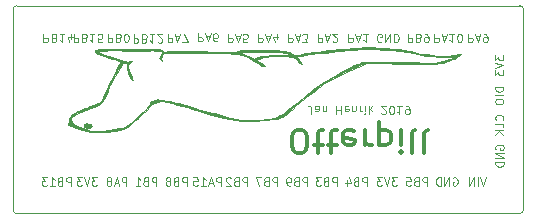
<source format=gbo>
G04 #@! TF.GenerationSoftware,KiCad,Pcbnew,5.1.2*
G04 #@! TF.CreationDate,2019-05-17T23:45:07+02:00*
G04 #@! TF.ProjectId,OtterPill,4f747465-7250-4696-9c6c-2e6b69636164,rev?*
G04 #@! TF.SameCoordinates,Original*
G04 #@! TF.FileFunction,Legend,Bot*
G04 #@! TF.FilePolarity,Positive*
%FSLAX46Y46*%
G04 Gerber Fmt 4.6, Leading zero omitted, Abs format (unit mm)*
G04 Created by KiCad (PCBNEW 5.1.2) date 2019-05-17 23:45:07*
%MOMM*%
%LPD*%
G04 APERTURE LIST*
%ADD10C,0.100000*%
%ADD11C,0.300000*%
%ADD12C,0.050000*%
%ADD13C,0.010000*%
G04 APERTURE END LIST*
D10*
X45250000Y-28983333D02*
X45250000Y-28483333D01*
X45216666Y-28383333D01*
X45150000Y-28316666D01*
X45050000Y-28283333D01*
X44983333Y-28283333D01*
X45883333Y-28283333D02*
X45883333Y-28650000D01*
X45850000Y-28716666D01*
X45783333Y-28750000D01*
X45650000Y-28750000D01*
X45583333Y-28716666D01*
X45883333Y-28316666D02*
X45816666Y-28283333D01*
X45650000Y-28283333D01*
X45583333Y-28316666D01*
X45550000Y-28383333D01*
X45550000Y-28450000D01*
X45583333Y-28516666D01*
X45650000Y-28550000D01*
X45816666Y-28550000D01*
X45883333Y-28583333D01*
X46216666Y-28750000D02*
X46216666Y-28283333D01*
X46216666Y-28683333D02*
X46250000Y-28716666D01*
X46316666Y-28750000D01*
X46416666Y-28750000D01*
X46483333Y-28716666D01*
X46516666Y-28650000D01*
X46516666Y-28283333D01*
X47383333Y-28283333D02*
X47383333Y-28983333D01*
X47383333Y-28650000D02*
X47783333Y-28650000D01*
X47783333Y-28283333D02*
X47783333Y-28983333D01*
X48383333Y-28316666D02*
X48316666Y-28283333D01*
X48183333Y-28283333D01*
X48116666Y-28316666D01*
X48083333Y-28383333D01*
X48083333Y-28650000D01*
X48116666Y-28716666D01*
X48183333Y-28750000D01*
X48316666Y-28750000D01*
X48383333Y-28716666D01*
X48416666Y-28650000D01*
X48416666Y-28583333D01*
X48083333Y-28516666D01*
X48716666Y-28750000D02*
X48716666Y-28283333D01*
X48716666Y-28683333D02*
X48749999Y-28716666D01*
X48816666Y-28750000D01*
X48916666Y-28750000D01*
X48983333Y-28716666D01*
X49016666Y-28650000D01*
X49016666Y-28283333D01*
X49349999Y-28283333D02*
X49349999Y-28750000D01*
X49349999Y-28616666D02*
X49383333Y-28683333D01*
X49416666Y-28716666D01*
X49483333Y-28750000D01*
X49549999Y-28750000D01*
X49783333Y-28283333D02*
X49783333Y-28750000D01*
X49783333Y-28983333D02*
X49749999Y-28950000D01*
X49783333Y-28916666D01*
X49816666Y-28950000D01*
X49783333Y-28983333D01*
X49783333Y-28916666D01*
X50116666Y-28283333D02*
X50116666Y-28983333D01*
X50183333Y-28550000D02*
X50383333Y-28283333D01*
X50383333Y-28750000D02*
X50116666Y-28483333D01*
X51183333Y-28916666D02*
X51216666Y-28950000D01*
X51283333Y-28983333D01*
X51449999Y-28983333D01*
X51516666Y-28950000D01*
X51549999Y-28916666D01*
X51583333Y-28850000D01*
X51583333Y-28783333D01*
X51549999Y-28683333D01*
X51149999Y-28283333D01*
X51583333Y-28283333D01*
X52016666Y-28983333D02*
X52083333Y-28983333D01*
X52149999Y-28950000D01*
X52183333Y-28916666D01*
X52216666Y-28850000D01*
X52249999Y-28716666D01*
X52249999Y-28550000D01*
X52216666Y-28416666D01*
X52183333Y-28350000D01*
X52149999Y-28316666D01*
X52083333Y-28283333D01*
X52016666Y-28283333D01*
X51949999Y-28316666D01*
X51916666Y-28350000D01*
X51883333Y-28416666D01*
X51849999Y-28550000D01*
X51849999Y-28716666D01*
X51883333Y-28850000D01*
X51916666Y-28916666D01*
X51949999Y-28950000D01*
X52016666Y-28983333D01*
X52916666Y-28283333D02*
X52516666Y-28283333D01*
X52716666Y-28283333D02*
X52716666Y-28983333D01*
X52649999Y-28883333D01*
X52583333Y-28816666D01*
X52516666Y-28783333D01*
X53249999Y-28283333D02*
X53383333Y-28283333D01*
X53449999Y-28316666D01*
X53483333Y-28350000D01*
X53549999Y-28450000D01*
X53583333Y-28583333D01*
X53583333Y-28850000D01*
X53549999Y-28916666D01*
X53516666Y-28950000D01*
X53449999Y-28983333D01*
X53316666Y-28983333D01*
X53249999Y-28950000D01*
X53216666Y-28916666D01*
X53183333Y-28850000D01*
X53183333Y-28683333D01*
X53216666Y-28616666D01*
X53249999Y-28583333D01*
X53316666Y-28550000D01*
X53449999Y-28550000D01*
X53516666Y-28583333D01*
X53549999Y-28616666D01*
X53583333Y-28683333D01*
D11*
X44061904Y-32295238D02*
X44442857Y-32295238D01*
X44633333Y-32200000D01*
X44823809Y-32009523D01*
X44919047Y-31628571D01*
X44919047Y-30961904D01*
X44823809Y-30580952D01*
X44633333Y-30390476D01*
X44442857Y-30295238D01*
X44061904Y-30295238D01*
X43871428Y-30390476D01*
X43680952Y-30580952D01*
X43585714Y-30961904D01*
X43585714Y-31628571D01*
X43680952Y-32009523D01*
X43871428Y-32200000D01*
X44061904Y-32295238D01*
X45490476Y-31628571D02*
X46252380Y-31628571D01*
X45776190Y-32295238D02*
X45776190Y-30580952D01*
X45871428Y-30390476D01*
X46061904Y-30295238D01*
X46252380Y-30295238D01*
X46633333Y-31628571D02*
X47395238Y-31628571D01*
X46919047Y-32295238D02*
X46919047Y-30580952D01*
X47014285Y-30390476D01*
X47204761Y-30295238D01*
X47395238Y-30295238D01*
X48823809Y-30390476D02*
X48633333Y-30295238D01*
X48252380Y-30295238D01*
X48061904Y-30390476D01*
X47966666Y-30580952D01*
X47966666Y-31342857D01*
X48061904Y-31533333D01*
X48252380Y-31628571D01*
X48633333Y-31628571D01*
X48823809Y-31533333D01*
X48919047Y-31342857D01*
X48919047Y-31152380D01*
X47966666Y-30961904D01*
X49776190Y-30295238D02*
X49776190Y-31628571D01*
X49776190Y-31247619D02*
X49871428Y-31438095D01*
X49966666Y-31533333D01*
X50157142Y-31628571D01*
X50347619Y-31628571D01*
X51014285Y-31628571D02*
X51014285Y-29628571D01*
X51014285Y-31533333D02*
X51204761Y-31628571D01*
X51585714Y-31628571D01*
X51776190Y-31533333D01*
X51871428Y-31438095D01*
X51966666Y-31247619D01*
X51966666Y-30676190D01*
X51871428Y-30485714D01*
X51776190Y-30390476D01*
X51585714Y-30295238D01*
X51204761Y-30295238D01*
X51014285Y-30390476D01*
X52823809Y-30295238D02*
X52823809Y-31628571D01*
X52823809Y-32295238D02*
X52728571Y-32200000D01*
X52823809Y-32104761D01*
X52919047Y-32200000D01*
X52823809Y-32295238D01*
X52823809Y-32104761D01*
X54061904Y-30295238D02*
X53871428Y-30390476D01*
X53776190Y-30580952D01*
X53776190Y-32295238D01*
X55109523Y-30295238D02*
X54919047Y-30390476D01*
X54823809Y-30580952D01*
X54823809Y-32295238D01*
D10*
X60816666Y-23983333D02*
X60816666Y-24416666D01*
X61083333Y-24183333D01*
X61083333Y-24283333D01*
X61116666Y-24350000D01*
X61150000Y-24383333D01*
X61216666Y-24416666D01*
X61383333Y-24416666D01*
X61450000Y-24383333D01*
X61483333Y-24350000D01*
X61516666Y-24283333D01*
X61516666Y-24083333D01*
X61483333Y-24016666D01*
X61450000Y-23983333D01*
X60816666Y-24616666D02*
X61516666Y-24850000D01*
X60816666Y-25083333D01*
X60816666Y-25250000D02*
X60816666Y-25683333D01*
X61083333Y-25450000D01*
X61083333Y-25550000D01*
X61116666Y-25616666D01*
X61150000Y-25650000D01*
X61216666Y-25683333D01*
X61383333Y-25683333D01*
X61450000Y-25650000D01*
X61483333Y-25616666D01*
X61516666Y-25550000D01*
X61516666Y-25350000D01*
X61483333Y-25283333D01*
X61450000Y-25250000D01*
X61516666Y-26683333D02*
X60816666Y-26683333D01*
X60816666Y-26850000D01*
X60850000Y-26950000D01*
X60916666Y-27016666D01*
X60983333Y-27050000D01*
X61116666Y-27083333D01*
X61216666Y-27083333D01*
X61350000Y-27050000D01*
X61416666Y-27016666D01*
X61483333Y-26950000D01*
X61516666Y-26850000D01*
X61516666Y-26683333D01*
X61516666Y-27383333D02*
X60816666Y-27383333D01*
X60816666Y-27850000D02*
X60816666Y-27983333D01*
X60850000Y-28050000D01*
X60916666Y-28116666D01*
X61050000Y-28150000D01*
X61283333Y-28150000D01*
X61416666Y-28116666D01*
X61483333Y-28050000D01*
X61516666Y-27983333D01*
X61516666Y-27850000D01*
X61483333Y-27783333D01*
X61416666Y-27716666D01*
X61283333Y-27683333D01*
X61050000Y-27683333D01*
X60916666Y-27716666D01*
X60850000Y-27783333D01*
X60816666Y-27850000D01*
X61450000Y-29483333D02*
X61483333Y-29450000D01*
X61516666Y-29350000D01*
X61516666Y-29283333D01*
X61483333Y-29183333D01*
X61416666Y-29116666D01*
X61350000Y-29083333D01*
X61216666Y-29050000D01*
X61116666Y-29050000D01*
X60983333Y-29083333D01*
X60916666Y-29116666D01*
X60850000Y-29183333D01*
X60816666Y-29283333D01*
X60816666Y-29350000D01*
X60850000Y-29450000D01*
X60883333Y-29483333D01*
X61516666Y-30116666D02*
X61516666Y-29783333D01*
X60816666Y-29783333D01*
X61516666Y-30350000D02*
X60816666Y-30350000D01*
X61516666Y-30750000D02*
X61116666Y-30450000D01*
X60816666Y-30750000D02*
X61216666Y-30350000D01*
X60875000Y-31966666D02*
X60841666Y-31900000D01*
X60841666Y-31800000D01*
X60875000Y-31700000D01*
X60941666Y-31633333D01*
X61008333Y-31600000D01*
X61141666Y-31566666D01*
X61241666Y-31566666D01*
X61375000Y-31600000D01*
X61441666Y-31633333D01*
X61508333Y-31700000D01*
X61541666Y-31800000D01*
X61541666Y-31866666D01*
X61508333Y-31966666D01*
X61475000Y-32000000D01*
X61241666Y-32000000D01*
X61241666Y-31866666D01*
X61541666Y-32300000D02*
X60841666Y-32300000D01*
X61541666Y-32700000D01*
X60841666Y-32700000D01*
X61541666Y-33033333D02*
X60841666Y-33033333D01*
X60841666Y-33200000D01*
X60875000Y-33300000D01*
X60941666Y-33366666D01*
X61008333Y-33400000D01*
X61141666Y-33433333D01*
X61241666Y-33433333D01*
X61375000Y-33400000D01*
X61441666Y-33366666D01*
X61508333Y-33300000D01*
X61541666Y-33200000D01*
X61541666Y-33033333D01*
X51191666Y-22850000D02*
X51125000Y-22883333D01*
X51025000Y-22883333D01*
X50925000Y-22850000D01*
X50858333Y-22783333D01*
X50825000Y-22716666D01*
X50791666Y-22583333D01*
X50791666Y-22483333D01*
X50825000Y-22350000D01*
X50858333Y-22283333D01*
X50925000Y-22216666D01*
X51025000Y-22183333D01*
X51091666Y-22183333D01*
X51191666Y-22216666D01*
X51225000Y-22250000D01*
X51225000Y-22483333D01*
X51091666Y-22483333D01*
X51525000Y-22183333D02*
X51525000Y-22883333D01*
X51925000Y-22183333D01*
X51925000Y-22883333D01*
X52258333Y-22183333D02*
X52258333Y-22883333D01*
X52425000Y-22883333D01*
X52525000Y-22850000D01*
X52591666Y-22783333D01*
X52625000Y-22716666D01*
X52658333Y-22583333D01*
X52658333Y-22483333D01*
X52625000Y-22350000D01*
X52591666Y-22283333D01*
X52525000Y-22216666D01*
X52425000Y-22183333D01*
X52258333Y-22183333D01*
X28008333Y-22183333D02*
X28008333Y-22883333D01*
X28275000Y-22883333D01*
X28341666Y-22850000D01*
X28375000Y-22816666D01*
X28408333Y-22750000D01*
X28408333Y-22650000D01*
X28375000Y-22583333D01*
X28341666Y-22550000D01*
X28275000Y-22516666D01*
X28008333Y-22516666D01*
X28941666Y-22550000D02*
X29041666Y-22516666D01*
X29075000Y-22483333D01*
X29108333Y-22416666D01*
X29108333Y-22316666D01*
X29075000Y-22250000D01*
X29041666Y-22216666D01*
X28975000Y-22183333D01*
X28708333Y-22183333D01*
X28708333Y-22883333D01*
X28941666Y-22883333D01*
X29008333Y-22850000D01*
X29041666Y-22816666D01*
X29075000Y-22750000D01*
X29075000Y-22683333D01*
X29041666Y-22616666D01*
X29008333Y-22583333D01*
X28941666Y-22550000D01*
X28708333Y-22550000D01*
X29541666Y-22883333D02*
X29608333Y-22883333D01*
X29675000Y-22850000D01*
X29708333Y-22816666D01*
X29741666Y-22750000D01*
X29775000Y-22616666D01*
X29775000Y-22450000D01*
X29741666Y-22316666D01*
X29708333Y-22250000D01*
X29675000Y-22216666D01*
X29608333Y-22183333D01*
X29541666Y-22183333D01*
X29475000Y-22216666D01*
X29441666Y-22250000D01*
X29408333Y-22316666D01*
X29375000Y-22450000D01*
X29375000Y-22616666D01*
X29408333Y-22750000D01*
X29441666Y-22816666D01*
X29475000Y-22850000D01*
X29541666Y-22883333D01*
X53408333Y-22183333D02*
X53408333Y-22883333D01*
X53675000Y-22883333D01*
X53741666Y-22850000D01*
X53775000Y-22816666D01*
X53808333Y-22750000D01*
X53808333Y-22650000D01*
X53775000Y-22583333D01*
X53741666Y-22550000D01*
X53675000Y-22516666D01*
X53408333Y-22516666D01*
X54341666Y-22550000D02*
X54441666Y-22516666D01*
X54475000Y-22483333D01*
X54508333Y-22416666D01*
X54508333Y-22316666D01*
X54475000Y-22250000D01*
X54441666Y-22216666D01*
X54375000Y-22183333D01*
X54108333Y-22183333D01*
X54108333Y-22883333D01*
X54341666Y-22883333D01*
X54408333Y-22850000D01*
X54441666Y-22816666D01*
X54475000Y-22750000D01*
X54475000Y-22683333D01*
X54441666Y-22616666D01*
X54408333Y-22583333D01*
X54341666Y-22550000D01*
X54108333Y-22550000D01*
X54841666Y-22183333D02*
X54975000Y-22183333D01*
X55041666Y-22216666D01*
X55075000Y-22250000D01*
X55141666Y-22350000D01*
X55175000Y-22483333D01*
X55175000Y-22750000D01*
X55141666Y-22816666D01*
X55108333Y-22850000D01*
X55041666Y-22883333D01*
X54908333Y-22883333D01*
X54841666Y-22850000D01*
X54808333Y-22816666D01*
X54775000Y-22750000D01*
X54775000Y-22583333D01*
X54808333Y-22516666D01*
X54841666Y-22483333D01*
X54908333Y-22450000D01*
X55041666Y-22450000D01*
X55108333Y-22483333D01*
X55141666Y-22516666D01*
X55175000Y-22583333D01*
X30200000Y-22233333D02*
X30200000Y-22933333D01*
X30466666Y-22933333D01*
X30533333Y-22900000D01*
X30566666Y-22866666D01*
X30600000Y-22800000D01*
X30600000Y-22700000D01*
X30566666Y-22633333D01*
X30533333Y-22600000D01*
X30466666Y-22566666D01*
X30200000Y-22566666D01*
X31133333Y-22600000D02*
X31233333Y-22566666D01*
X31266666Y-22533333D01*
X31300000Y-22466666D01*
X31300000Y-22366666D01*
X31266666Y-22300000D01*
X31233333Y-22266666D01*
X31166666Y-22233333D01*
X30900000Y-22233333D01*
X30900000Y-22933333D01*
X31133333Y-22933333D01*
X31200000Y-22900000D01*
X31233333Y-22866666D01*
X31266666Y-22800000D01*
X31266666Y-22733333D01*
X31233333Y-22666666D01*
X31200000Y-22633333D01*
X31133333Y-22600000D01*
X30900000Y-22600000D01*
X31966666Y-22233333D02*
X31566666Y-22233333D01*
X31766666Y-22233333D02*
X31766666Y-22933333D01*
X31700000Y-22833333D01*
X31633333Y-22766666D01*
X31566666Y-22733333D01*
X32233333Y-22866666D02*
X32266666Y-22900000D01*
X32333333Y-22933333D01*
X32500000Y-22933333D01*
X32566666Y-22900000D01*
X32600000Y-22866666D01*
X32633333Y-22800000D01*
X32633333Y-22733333D01*
X32600000Y-22633333D01*
X32200000Y-22233333D01*
X32633333Y-22233333D01*
X35658333Y-22133333D02*
X35658333Y-22833333D01*
X35925000Y-22833333D01*
X35991666Y-22800000D01*
X36025000Y-22766666D01*
X36058333Y-22700000D01*
X36058333Y-22600000D01*
X36025000Y-22533333D01*
X35991666Y-22500000D01*
X35925000Y-22466666D01*
X35658333Y-22466666D01*
X36325000Y-22333333D02*
X36658333Y-22333333D01*
X36258333Y-22133333D02*
X36491666Y-22833333D01*
X36725000Y-22133333D01*
X37258333Y-22833333D02*
X37125000Y-22833333D01*
X37058333Y-22800000D01*
X37025000Y-22766666D01*
X36958333Y-22666666D01*
X36925000Y-22533333D01*
X36925000Y-22266666D01*
X36958333Y-22200000D01*
X36991666Y-22166666D01*
X37058333Y-22133333D01*
X37191666Y-22133333D01*
X37258333Y-22166666D01*
X37291666Y-22200000D01*
X37325000Y-22266666D01*
X37325000Y-22433333D01*
X37291666Y-22500000D01*
X37258333Y-22533333D01*
X37191666Y-22566666D01*
X37058333Y-22566666D01*
X36991666Y-22533333D01*
X36958333Y-22500000D01*
X36925000Y-22433333D01*
X55675000Y-22183333D02*
X55675000Y-22883333D01*
X55941666Y-22883333D01*
X56008333Y-22850000D01*
X56041666Y-22816666D01*
X56075000Y-22750000D01*
X56075000Y-22650000D01*
X56041666Y-22583333D01*
X56008333Y-22550000D01*
X55941666Y-22516666D01*
X55675000Y-22516666D01*
X56341666Y-22383333D02*
X56675000Y-22383333D01*
X56275000Y-22183333D02*
X56508333Y-22883333D01*
X56741666Y-22183333D01*
X57341666Y-22183333D02*
X56941666Y-22183333D01*
X57141666Y-22183333D02*
X57141666Y-22883333D01*
X57075000Y-22783333D01*
X57008333Y-22716666D01*
X56941666Y-22683333D01*
X57775000Y-22883333D02*
X57841666Y-22883333D01*
X57908333Y-22850000D01*
X57941666Y-22816666D01*
X57975000Y-22750000D01*
X58008333Y-22616666D01*
X58008333Y-22450000D01*
X57975000Y-22316666D01*
X57941666Y-22250000D01*
X57908333Y-22216666D01*
X57841666Y-22183333D01*
X57775000Y-22183333D01*
X57708333Y-22216666D01*
X57675000Y-22250000D01*
X57641666Y-22316666D01*
X57608333Y-22450000D01*
X57608333Y-22616666D01*
X57641666Y-22750000D01*
X57675000Y-22816666D01*
X57708333Y-22850000D01*
X57775000Y-22883333D01*
X48383333Y-22183333D02*
X48383333Y-22883333D01*
X48650000Y-22883333D01*
X48716666Y-22850000D01*
X48750000Y-22816666D01*
X48783333Y-22750000D01*
X48783333Y-22650000D01*
X48750000Y-22583333D01*
X48716666Y-22550000D01*
X48650000Y-22516666D01*
X48383333Y-22516666D01*
X49050000Y-22383333D02*
X49383333Y-22383333D01*
X48983333Y-22183333D02*
X49216666Y-22883333D01*
X49450000Y-22183333D01*
X50050000Y-22183333D02*
X49650000Y-22183333D01*
X49850000Y-22183333D02*
X49850000Y-22883333D01*
X49783333Y-22783333D01*
X49716666Y-22716666D01*
X49650000Y-22683333D01*
X38208333Y-22183333D02*
X38208333Y-22883333D01*
X38475000Y-22883333D01*
X38541666Y-22850000D01*
X38575000Y-22816666D01*
X38608333Y-22750000D01*
X38608333Y-22650000D01*
X38575000Y-22583333D01*
X38541666Y-22550000D01*
X38475000Y-22516666D01*
X38208333Y-22516666D01*
X38875000Y-22383333D02*
X39208333Y-22383333D01*
X38808333Y-22183333D02*
X39041666Y-22883333D01*
X39275000Y-22183333D01*
X39841666Y-22883333D02*
X39508333Y-22883333D01*
X39475000Y-22550000D01*
X39508333Y-22583333D01*
X39575000Y-22616666D01*
X39741666Y-22616666D01*
X39808333Y-22583333D01*
X39841666Y-22550000D01*
X39875000Y-22483333D01*
X39875000Y-22316666D01*
X39841666Y-22250000D01*
X39808333Y-22216666D01*
X39741666Y-22183333D01*
X39575000Y-22183333D01*
X39508333Y-22216666D01*
X39475000Y-22250000D01*
X22575000Y-22183333D02*
X22575000Y-22883333D01*
X22841666Y-22883333D01*
X22908333Y-22850000D01*
X22941666Y-22816666D01*
X22975000Y-22750000D01*
X22975000Y-22650000D01*
X22941666Y-22583333D01*
X22908333Y-22550000D01*
X22841666Y-22516666D01*
X22575000Y-22516666D01*
X23508333Y-22550000D02*
X23608333Y-22516666D01*
X23641666Y-22483333D01*
X23675000Y-22416666D01*
X23675000Y-22316666D01*
X23641666Y-22250000D01*
X23608333Y-22216666D01*
X23541666Y-22183333D01*
X23275000Y-22183333D01*
X23275000Y-22883333D01*
X23508333Y-22883333D01*
X23575000Y-22850000D01*
X23608333Y-22816666D01*
X23641666Y-22750000D01*
X23641666Y-22683333D01*
X23608333Y-22616666D01*
X23575000Y-22583333D01*
X23508333Y-22550000D01*
X23275000Y-22550000D01*
X24341666Y-22183333D02*
X23941666Y-22183333D01*
X24141666Y-22183333D02*
X24141666Y-22883333D01*
X24075000Y-22783333D01*
X24008333Y-22716666D01*
X23941666Y-22683333D01*
X24941666Y-22650000D02*
X24941666Y-22183333D01*
X24775000Y-22916666D02*
X24608333Y-22416666D01*
X25041666Y-22416666D01*
X43258333Y-22183333D02*
X43258333Y-22883333D01*
X43525000Y-22883333D01*
X43591666Y-22850000D01*
X43625000Y-22816666D01*
X43658333Y-22750000D01*
X43658333Y-22650000D01*
X43625000Y-22583333D01*
X43591666Y-22550000D01*
X43525000Y-22516666D01*
X43258333Y-22516666D01*
X43925000Y-22383333D02*
X44258333Y-22383333D01*
X43858333Y-22183333D02*
X44091666Y-22883333D01*
X44325000Y-22183333D01*
X44491666Y-22883333D02*
X44925000Y-22883333D01*
X44691666Y-22616666D01*
X44791666Y-22616666D01*
X44858333Y-22583333D01*
X44891666Y-22550000D01*
X44925000Y-22483333D01*
X44925000Y-22316666D01*
X44891666Y-22250000D01*
X44858333Y-22216666D01*
X44791666Y-22183333D01*
X44591666Y-22183333D01*
X44525000Y-22216666D01*
X44491666Y-22250000D01*
X58508333Y-22183333D02*
X58508333Y-22883333D01*
X58775000Y-22883333D01*
X58841666Y-22850000D01*
X58875000Y-22816666D01*
X58908333Y-22750000D01*
X58908333Y-22650000D01*
X58875000Y-22583333D01*
X58841666Y-22550000D01*
X58775000Y-22516666D01*
X58508333Y-22516666D01*
X59175000Y-22383333D02*
X59508333Y-22383333D01*
X59108333Y-22183333D02*
X59341666Y-22883333D01*
X59575000Y-22183333D01*
X59841666Y-22183333D02*
X59975000Y-22183333D01*
X60041666Y-22216666D01*
X60075000Y-22250000D01*
X60141666Y-22350000D01*
X60175000Y-22483333D01*
X60175000Y-22750000D01*
X60141666Y-22816666D01*
X60108333Y-22850000D01*
X60041666Y-22883333D01*
X59908333Y-22883333D01*
X59841666Y-22850000D01*
X59808333Y-22816666D01*
X59775000Y-22750000D01*
X59775000Y-22583333D01*
X59808333Y-22516666D01*
X59841666Y-22483333D01*
X59908333Y-22450000D01*
X60041666Y-22450000D01*
X60108333Y-22483333D01*
X60141666Y-22516666D01*
X60175000Y-22583333D01*
X25125000Y-22183333D02*
X25125000Y-22883333D01*
X25391666Y-22883333D01*
X25458333Y-22850000D01*
X25491666Y-22816666D01*
X25525000Y-22750000D01*
X25525000Y-22650000D01*
X25491666Y-22583333D01*
X25458333Y-22550000D01*
X25391666Y-22516666D01*
X25125000Y-22516666D01*
X26058333Y-22550000D02*
X26158333Y-22516666D01*
X26191666Y-22483333D01*
X26225000Y-22416666D01*
X26225000Y-22316666D01*
X26191666Y-22250000D01*
X26158333Y-22216666D01*
X26091666Y-22183333D01*
X25825000Y-22183333D01*
X25825000Y-22883333D01*
X26058333Y-22883333D01*
X26125000Y-22850000D01*
X26158333Y-22816666D01*
X26191666Y-22750000D01*
X26191666Y-22683333D01*
X26158333Y-22616666D01*
X26125000Y-22583333D01*
X26058333Y-22550000D01*
X25825000Y-22550000D01*
X26891666Y-22183333D02*
X26491666Y-22183333D01*
X26691666Y-22183333D02*
X26691666Y-22883333D01*
X26625000Y-22783333D01*
X26558333Y-22716666D01*
X26491666Y-22683333D01*
X27525000Y-22883333D02*
X27191666Y-22883333D01*
X27158333Y-22550000D01*
X27191666Y-22583333D01*
X27258333Y-22616666D01*
X27425000Y-22616666D01*
X27491666Y-22583333D01*
X27525000Y-22550000D01*
X27558333Y-22483333D01*
X27558333Y-22316666D01*
X27525000Y-22250000D01*
X27491666Y-22216666D01*
X27425000Y-22183333D01*
X27258333Y-22183333D01*
X27191666Y-22216666D01*
X27158333Y-22250000D01*
X40733333Y-22183333D02*
X40733333Y-22883333D01*
X41000000Y-22883333D01*
X41066666Y-22850000D01*
X41100000Y-22816666D01*
X41133333Y-22750000D01*
X41133333Y-22650000D01*
X41100000Y-22583333D01*
X41066666Y-22550000D01*
X41000000Y-22516666D01*
X40733333Y-22516666D01*
X41400000Y-22383333D02*
X41733333Y-22383333D01*
X41333333Y-22183333D02*
X41566666Y-22883333D01*
X41800000Y-22183333D01*
X42333333Y-22650000D02*
X42333333Y-22183333D01*
X42166666Y-22916666D02*
X42000000Y-22416666D01*
X42433333Y-22416666D01*
X33083333Y-22183333D02*
X33083333Y-22883333D01*
X33350000Y-22883333D01*
X33416666Y-22850000D01*
X33450000Y-22816666D01*
X33483333Y-22750000D01*
X33483333Y-22650000D01*
X33450000Y-22583333D01*
X33416666Y-22550000D01*
X33350000Y-22516666D01*
X33083333Y-22516666D01*
X33750000Y-22383333D02*
X34083333Y-22383333D01*
X33683333Y-22183333D02*
X33916666Y-22883333D01*
X34150000Y-22183333D01*
X34316666Y-22883333D02*
X34783333Y-22883333D01*
X34483333Y-22183333D01*
X45783333Y-22183333D02*
X45783333Y-22883333D01*
X46050000Y-22883333D01*
X46116666Y-22850000D01*
X46150000Y-22816666D01*
X46183333Y-22750000D01*
X46183333Y-22650000D01*
X46150000Y-22583333D01*
X46116666Y-22550000D01*
X46050000Y-22516666D01*
X45783333Y-22516666D01*
X46450000Y-22383333D02*
X46783333Y-22383333D01*
X46383333Y-22183333D02*
X46616666Y-22883333D01*
X46850000Y-22183333D01*
X47050000Y-22816666D02*
X47083333Y-22850000D01*
X47150000Y-22883333D01*
X47316666Y-22883333D01*
X47383333Y-22850000D01*
X47416666Y-22816666D01*
X47450000Y-22750000D01*
X47450000Y-22683333D01*
X47416666Y-22583333D01*
X47016666Y-22183333D01*
X47450000Y-22183333D01*
X42341666Y-35041666D02*
X42341666Y-34341666D01*
X42075000Y-34341666D01*
X42008333Y-34375000D01*
X41975000Y-34408333D01*
X41941666Y-34475000D01*
X41941666Y-34575000D01*
X41975000Y-34641666D01*
X42008333Y-34675000D01*
X42075000Y-34708333D01*
X42341666Y-34708333D01*
X41408333Y-34675000D02*
X41308333Y-34708333D01*
X41275000Y-34741666D01*
X41241666Y-34808333D01*
X41241666Y-34908333D01*
X41275000Y-34975000D01*
X41308333Y-35008333D01*
X41375000Y-35041666D01*
X41641666Y-35041666D01*
X41641666Y-34341666D01*
X41408333Y-34341666D01*
X41341666Y-34375000D01*
X41308333Y-34408333D01*
X41275000Y-34475000D01*
X41275000Y-34541666D01*
X41308333Y-34608333D01*
X41341666Y-34641666D01*
X41408333Y-34675000D01*
X41641666Y-34675000D01*
X41008333Y-34341666D02*
X40541666Y-34341666D01*
X40841666Y-35041666D01*
X57258333Y-34375000D02*
X57325000Y-34341666D01*
X57425000Y-34341666D01*
X57525000Y-34375000D01*
X57591666Y-34441666D01*
X57625000Y-34508333D01*
X57658333Y-34641666D01*
X57658333Y-34741666D01*
X57625000Y-34875000D01*
X57591666Y-34941666D01*
X57525000Y-35008333D01*
X57425000Y-35041666D01*
X57358333Y-35041666D01*
X57258333Y-35008333D01*
X57225000Y-34975000D01*
X57225000Y-34741666D01*
X57358333Y-34741666D01*
X56925000Y-35041666D02*
X56925000Y-34341666D01*
X56525000Y-35041666D01*
X56525000Y-34341666D01*
X56191666Y-35041666D02*
X56191666Y-34341666D01*
X56025000Y-34341666D01*
X55925000Y-34375000D01*
X55858333Y-34441666D01*
X55825000Y-34508333D01*
X55791666Y-34641666D01*
X55791666Y-34741666D01*
X55825000Y-34875000D01*
X55858333Y-34941666D01*
X55925000Y-35008333D01*
X56025000Y-35041666D01*
X56191666Y-35041666D01*
X32141666Y-35041666D02*
X32141666Y-34341666D01*
X31875000Y-34341666D01*
X31808333Y-34375000D01*
X31775000Y-34408333D01*
X31741666Y-34475000D01*
X31741666Y-34575000D01*
X31775000Y-34641666D01*
X31808333Y-34675000D01*
X31875000Y-34708333D01*
X32141666Y-34708333D01*
X31208333Y-34675000D02*
X31108333Y-34708333D01*
X31075000Y-34741666D01*
X31041666Y-34808333D01*
X31041666Y-34908333D01*
X31075000Y-34975000D01*
X31108333Y-35008333D01*
X31175000Y-35041666D01*
X31441666Y-35041666D01*
X31441666Y-34341666D01*
X31208333Y-34341666D01*
X31141666Y-34375000D01*
X31108333Y-34408333D01*
X31075000Y-34475000D01*
X31075000Y-34541666D01*
X31108333Y-34608333D01*
X31141666Y-34641666D01*
X31208333Y-34675000D01*
X31441666Y-34675000D01*
X30375000Y-35041666D02*
X30775000Y-35041666D01*
X30575000Y-35041666D02*
X30575000Y-34341666D01*
X30641666Y-34441666D01*
X30708333Y-34508333D01*
X30775000Y-34541666D01*
X29591666Y-35041666D02*
X29591666Y-34341666D01*
X29325000Y-34341666D01*
X29258333Y-34375000D01*
X29225000Y-34408333D01*
X29191666Y-34475000D01*
X29191666Y-34575000D01*
X29225000Y-34641666D01*
X29258333Y-34675000D01*
X29325000Y-34708333D01*
X29591666Y-34708333D01*
X28925000Y-34841666D02*
X28591666Y-34841666D01*
X28991666Y-35041666D02*
X28758333Y-34341666D01*
X28525000Y-35041666D01*
X28191666Y-34641666D02*
X28258333Y-34608333D01*
X28291666Y-34575000D01*
X28325000Y-34508333D01*
X28325000Y-34475000D01*
X28291666Y-34408333D01*
X28258333Y-34375000D01*
X28191666Y-34341666D01*
X28058333Y-34341666D01*
X27991666Y-34375000D01*
X27958333Y-34408333D01*
X27925000Y-34475000D01*
X27925000Y-34508333D01*
X27958333Y-34575000D01*
X27991666Y-34608333D01*
X28058333Y-34641666D01*
X28191666Y-34641666D01*
X28258333Y-34675000D01*
X28291666Y-34708333D01*
X28325000Y-34775000D01*
X28325000Y-34908333D01*
X28291666Y-34975000D01*
X28258333Y-35008333D01*
X28191666Y-35041666D01*
X28058333Y-35041666D01*
X27991666Y-35008333D01*
X27958333Y-34975000D01*
X27925000Y-34908333D01*
X27925000Y-34775000D01*
X27958333Y-34708333D01*
X27991666Y-34675000D01*
X28058333Y-34641666D01*
X47391666Y-35041666D02*
X47391666Y-34341666D01*
X47125000Y-34341666D01*
X47058333Y-34375000D01*
X47025000Y-34408333D01*
X46991666Y-34475000D01*
X46991666Y-34575000D01*
X47025000Y-34641666D01*
X47058333Y-34675000D01*
X47125000Y-34708333D01*
X47391666Y-34708333D01*
X46458333Y-34675000D02*
X46358333Y-34708333D01*
X46325000Y-34741666D01*
X46291666Y-34808333D01*
X46291666Y-34908333D01*
X46325000Y-34975000D01*
X46358333Y-35008333D01*
X46425000Y-35041666D01*
X46691666Y-35041666D01*
X46691666Y-34341666D01*
X46458333Y-34341666D01*
X46391666Y-34375000D01*
X46358333Y-34408333D01*
X46325000Y-34475000D01*
X46325000Y-34541666D01*
X46358333Y-34608333D01*
X46391666Y-34641666D01*
X46458333Y-34675000D01*
X46691666Y-34675000D01*
X46058333Y-34341666D02*
X45625000Y-34341666D01*
X45858333Y-34608333D01*
X45758333Y-34608333D01*
X45691666Y-34641666D01*
X45658333Y-34675000D01*
X45625000Y-34741666D01*
X45625000Y-34908333D01*
X45658333Y-34975000D01*
X45691666Y-35008333D01*
X45758333Y-35041666D01*
X45958333Y-35041666D01*
X46025000Y-35008333D01*
X46058333Y-34975000D01*
X52491666Y-34341666D02*
X52058333Y-34341666D01*
X52291666Y-34608333D01*
X52191666Y-34608333D01*
X52125000Y-34641666D01*
X52091666Y-34675000D01*
X52058333Y-34741666D01*
X52058333Y-34908333D01*
X52091666Y-34975000D01*
X52125000Y-35008333D01*
X52191666Y-35041666D01*
X52391666Y-35041666D01*
X52458333Y-35008333D01*
X52491666Y-34975000D01*
X51858333Y-34341666D02*
X51625000Y-35041666D01*
X51391666Y-34341666D01*
X51225000Y-34341666D02*
X50791666Y-34341666D01*
X51025000Y-34608333D01*
X50925000Y-34608333D01*
X50858333Y-34641666D01*
X50825000Y-34675000D01*
X50791666Y-34741666D01*
X50791666Y-34908333D01*
X50825000Y-34975000D01*
X50858333Y-35008333D01*
X50925000Y-35041666D01*
X51125000Y-35041666D01*
X51191666Y-35008333D01*
X51225000Y-34975000D01*
X55041666Y-35041666D02*
X55041666Y-34341666D01*
X54775000Y-34341666D01*
X54708333Y-34375000D01*
X54675000Y-34408333D01*
X54641666Y-34475000D01*
X54641666Y-34575000D01*
X54675000Y-34641666D01*
X54708333Y-34675000D01*
X54775000Y-34708333D01*
X55041666Y-34708333D01*
X54108333Y-34675000D02*
X54008333Y-34708333D01*
X53975000Y-34741666D01*
X53941666Y-34808333D01*
X53941666Y-34908333D01*
X53975000Y-34975000D01*
X54008333Y-35008333D01*
X54075000Y-35041666D01*
X54341666Y-35041666D01*
X54341666Y-34341666D01*
X54108333Y-34341666D01*
X54041666Y-34375000D01*
X54008333Y-34408333D01*
X53975000Y-34475000D01*
X53975000Y-34541666D01*
X54008333Y-34608333D01*
X54041666Y-34641666D01*
X54108333Y-34675000D01*
X54341666Y-34675000D01*
X53308333Y-34341666D02*
X53641666Y-34341666D01*
X53675000Y-34675000D01*
X53641666Y-34641666D01*
X53575000Y-34608333D01*
X53408333Y-34608333D01*
X53341666Y-34641666D01*
X53308333Y-34675000D01*
X53275000Y-34741666D01*
X53275000Y-34908333D01*
X53308333Y-34975000D01*
X53341666Y-35008333D01*
X53408333Y-35041666D01*
X53575000Y-35041666D01*
X53641666Y-35008333D01*
X53675000Y-34975000D01*
X49941666Y-35041666D02*
X49941666Y-34341666D01*
X49675000Y-34341666D01*
X49608333Y-34375000D01*
X49575000Y-34408333D01*
X49541666Y-34475000D01*
X49541666Y-34575000D01*
X49575000Y-34641666D01*
X49608333Y-34675000D01*
X49675000Y-34708333D01*
X49941666Y-34708333D01*
X49008333Y-34675000D02*
X48908333Y-34708333D01*
X48875000Y-34741666D01*
X48841666Y-34808333D01*
X48841666Y-34908333D01*
X48875000Y-34975000D01*
X48908333Y-35008333D01*
X48975000Y-35041666D01*
X49241666Y-35041666D01*
X49241666Y-34341666D01*
X49008333Y-34341666D01*
X48941666Y-34375000D01*
X48908333Y-34408333D01*
X48875000Y-34475000D01*
X48875000Y-34541666D01*
X48908333Y-34608333D01*
X48941666Y-34641666D01*
X49008333Y-34675000D01*
X49241666Y-34675000D01*
X48241666Y-34575000D02*
X48241666Y-35041666D01*
X48408333Y-34308333D02*
X48575000Y-34808333D01*
X48141666Y-34808333D01*
X37575000Y-35041666D02*
X37575000Y-34341666D01*
X37308333Y-34341666D01*
X37241666Y-34375000D01*
X37208333Y-34408333D01*
X37175000Y-34475000D01*
X37175000Y-34575000D01*
X37208333Y-34641666D01*
X37241666Y-34675000D01*
X37308333Y-34708333D01*
X37575000Y-34708333D01*
X36908333Y-34841666D02*
X36575000Y-34841666D01*
X36975000Y-35041666D02*
X36741666Y-34341666D01*
X36508333Y-35041666D01*
X35908333Y-35041666D02*
X36308333Y-35041666D01*
X36108333Y-35041666D02*
X36108333Y-34341666D01*
X36175000Y-34441666D01*
X36241666Y-34508333D01*
X36308333Y-34541666D01*
X35275000Y-34341666D02*
X35608333Y-34341666D01*
X35641666Y-34675000D01*
X35608333Y-34641666D01*
X35541666Y-34608333D01*
X35375000Y-34608333D01*
X35308333Y-34641666D01*
X35275000Y-34675000D01*
X35241666Y-34741666D01*
X35241666Y-34908333D01*
X35275000Y-34975000D01*
X35308333Y-35008333D01*
X35375000Y-35041666D01*
X35541666Y-35041666D01*
X35608333Y-35008333D01*
X35641666Y-34975000D01*
X39791666Y-35041666D02*
X39791666Y-34341666D01*
X39525000Y-34341666D01*
X39458333Y-34375000D01*
X39425000Y-34408333D01*
X39391666Y-34475000D01*
X39391666Y-34575000D01*
X39425000Y-34641666D01*
X39458333Y-34675000D01*
X39525000Y-34708333D01*
X39791666Y-34708333D01*
X38858333Y-34675000D02*
X38758333Y-34708333D01*
X38725000Y-34741666D01*
X38691666Y-34808333D01*
X38691666Y-34908333D01*
X38725000Y-34975000D01*
X38758333Y-35008333D01*
X38825000Y-35041666D01*
X39091666Y-35041666D01*
X39091666Y-34341666D01*
X38858333Y-34341666D01*
X38791666Y-34375000D01*
X38758333Y-34408333D01*
X38725000Y-34475000D01*
X38725000Y-34541666D01*
X38758333Y-34608333D01*
X38791666Y-34641666D01*
X38858333Y-34675000D01*
X39091666Y-34675000D01*
X38425000Y-34408333D02*
X38391666Y-34375000D01*
X38325000Y-34341666D01*
X38158333Y-34341666D01*
X38091666Y-34375000D01*
X38058333Y-34408333D01*
X38025000Y-34475000D01*
X38025000Y-34541666D01*
X38058333Y-34641666D01*
X38458333Y-35041666D01*
X38025000Y-35041666D01*
X60041666Y-34341666D02*
X59808333Y-35041666D01*
X59575000Y-34341666D01*
X59341666Y-35041666D02*
X59341666Y-34341666D01*
X59008333Y-35041666D02*
X59008333Y-34341666D01*
X58608333Y-35041666D01*
X58608333Y-34341666D01*
X34691666Y-35041666D02*
X34691666Y-34341666D01*
X34425000Y-34341666D01*
X34358333Y-34375000D01*
X34325000Y-34408333D01*
X34291666Y-34475000D01*
X34291666Y-34575000D01*
X34325000Y-34641666D01*
X34358333Y-34675000D01*
X34425000Y-34708333D01*
X34691666Y-34708333D01*
X33758333Y-34675000D02*
X33658333Y-34708333D01*
X33625000Y-34741666D01*
X33591666Y-34808333D01*
X33591666Y-34908333D01*
X33625000Y-34975000D01*
X33658333Y-35008333D01*
X33725000Y-35041666D01*
X33991666Y-35041666D01*
X33991666Y-34341666D01*
X33758333Y-34341666D01*
X33691666Y-34375000D01*
X33658333Y-34408333D01*
X33625000Y-34475000D01*
X33625000Y-34541666D01*
X33658333Y-34608333D01*
X33691666Y-34641666D01*
X33758333Y-34675000D01*
X33991666Y-34675000D01*
X33191666Y-34641666D02*
X33258333Y-34608333D01*
X33291666Y-34575000D01*
X33325000Y-34508333D01*
X33325000Y-34475000D01*
X33291666Y-34408333D01*
X33258333Y-34375000D01*
X33191666Y-34341666D01*
X33058333Y-34341666D01*
X32991666Y-34375000D01*
X32958333Y-34408333D01*
X32925000Y-34475000D01*
X32925000Y-34508333D01*
X32958333Y-34575000D01*
X32991666Y-34608333D01*
X33058333Y-34641666D01*
X33191666Y-34641666D01*
X33258333Y-34675000D01*
X33291666Y-34708333D01*
X33325000Y-34775000D01*
X33325000Y-34908333D01*
X33291666Y-34975000D01*
X33258333Y-35008333D01*
X33191666Y-35041666D01*
X33058333Y-35041666D01*
X32991666Y-35008333D01*
X32958333Y-34975000D01*
X32925000Y-34908333D01*
X32925000Y-34775000D01*
X32958333Y-34708333D01*
X32991666Y-34675000D01*
X33058333Y-34641666D01*
X44891666Y-35041666D02*
X44891666Y-34341666D01*
X44625000Y-34341666D01*
X44558333Y-34375000D01*
X44525000Y-34408333D01*
X44491666Y-34475000D01*
X44491666Y-34575000D01*
X44525000Y-34641666D01*
X44558333Y-34675000D01*
X44625000Y-34708333D01*
X44891666Y-34708333D01*
X43958333Y-34675000D02*
X43858333Y-34708333D01*
X43825000Y-34741666D01*
X43791666Y-34808333D01*
X43791666Y-34908333D01*
X43825000Y-34975000D01*
X43858333Y-35008333D01*
X43925000Y-35041666D01*
X44191666Y-35041666D01*
X44191666Y-34341666D01*
X43958333Y-34341666D01*
X43891666Y-34375000D01*
X43858333Y-34408333D01*
X43825000Y-34475000D01*
X43825000Y-34541666D01*
X43858333Y-34608333D01*
X43891666Y-34641666D01*
X43958333Y-34675000D01*
X44191666Y-34675000D01*
X43458333Y-35041666D02*
X43325000Y-35041666D01*
X43258333Y-35008333D01*
X43225000Y-34975000D01*
X43158333Y-34875000D01*
X43125000Y-34741666D01*
X43125000Y-34475000D01*
X43158333Y-34408333D01*
X43191666Y-34375000D01*
X43258333Y-34341666D01*
X43391666Y-34341666D01*
X43458333Y-34375000D01*
X43491666Y-34408333D01*
X43525000Y-34475000D01*
X43525000Y-34641666D01*
X43491666Y-34708333D01*
X43458333Y-34741666D01*
X43391666Y-34775000D01*
X43258333Y-34775000D01*
X43191666Y-34741666D01*
X43158333Y-34708333D01*
X43125000Y-34641666D01*
X24875000Y-35041666D02*
X24875000Y-34341666D01*
X24608333Y-34341666D01*
X24541666Y-34375000D01*
X24508333Y-34408333D01*
X24475000Y-34475000D01*
X24475000Y-34575000D01*
X24508333Y-34641666D01*
X24541666Y-34675000D01*
X24608333Y-34708333D01*
X24875000Y-34708333D01*
X23941666Y-34675000D02*
X23841666Y-34708333D01*
X23808333Y-34741666D01*
X23775000Y-34808333D01*
X23775000Y-34908333D01*
X23808333Y-34975000D01*
X23841666Y-35008333D01*
X23908333Y-35041666D01*
X24175000Y-35041666D01*
X24175000Y-34341666D01*
X23941666Y-34341666D01*
X23875000Y-34375000D01*
X23841666Y-34408333D01*
X23808333Y-34475000D01*
X23808333Y-34541666D01*
X23841666Y-34608333D01*
X23875000Y-34641666D01*
X23941666Y-34675000D01*
X24175000Y-34675000D01*
X23108333Y-35041666D02*
X23508333Y-35041666D01*
X23308333Y-35041666D02*
X23308333Y-34341666D01*
X23375000Y-34441666D01*
X23441666Y-34508333D01*
X23508333Y-34541666D01*
X22875000Y-34341666D02*
X22441666Y-34341666D01*
X22675000Y-34608333D01*
X22575000Y-34608333D01*
X22508333Y-34641666D01*
X22475000Y-34675000D01*
X22441666Y-34741666D01*
X22441666Y-34908333D01*
X22475000Y-34975000D01*
X22508333Y-35008333D01*
X22575000Y-35041666D01*
X22775000Y-35041666D01*
X22841666Y-35008333D01*
X22875000Y-34975000D01*
X27091666Y-34341666D02*
X26658333Y-34341666D01*
X26891666Y-34608333D01*
X26791666Y-34608333D01*
X26725000Y-34641666D01*
X26691666Y-34675000D01*
X26658333Y-34741666D01*
X26658333Y-34908333D01*
X26691666Y-34975000D01*
X26725000Y-35008333D01*
X26791666Y-35041666D01*
X26991666Y-35041666D01*
X27058333Y-35008333D01*
X27091666Y-34975000D01*
X26458333Y-34341666D02*
X26225000Y-35041666D01*
X25991666Y-34341666D01*
X25825000Y-34341666D02*
X25391666Y-34341666D01*
X25625000Y-34608333D01*
X25525000Y-34608333D01*
X25458333Y-34641666D01*
X25425000Y-34675000D01*
X25391666Y-34741666D01*
X25391666Y-34908333D01*
X25425000Y-34975000D01*
X25458333Y-35008333D01*
X25525000Y-35041666D01*
X25725000Y-35041666D01*
X25791666Y-35008333D01*
X25825000Y-34975000D01*
D12*
X63200000Y-37100000D02*
G75*
G02X62900000Y-37400000I-300000J0D01*
G01*
X62900000Y-19800000D02*
G75*
G02X63200000Y-20100000I0J-300000D01*
G01*
X20000000Y-20100000D02*
G75*
G02X20300000Y-19800000I300000J0D01*
G01*
X20300000Y-37400000D02*
G75*
G02X20000000Y-37100000I0J300000D01*
G01*
X20000000Y-37100000D02*
X20000000Y-20100000D01*
X62900000Y-37400000D02*
X20300000Y-37400000D01*
X63200000Y-20100000D02*
X63200000Y-37100000D01*
X20300000Y-19800000D02*
X62900000Y-19800000D01*
D13*
G36*
X26513979Y-30140858D02*
G01*
X26617797Y-30088308D01*
X26648494Y-30007835D01*
X26601696Y-29905256D01*
X26564333Y-29863334D01*
X26468388Y-29810589D01*
X26330789Y-29781475D01*
X26185313Y-29778104D01*
X26065739Y-29802588D01*
X26022466Y-29829467D01*
X25976030Y-29924777D01*
X25980027Y-29969167D01*
X26295024Y-29969167D01*
X26302162Y-29916904D01*
X26370910Y-29907912D01*
X26454794Y-29931270D01*
X26500401Y-29971080D01*
X26498091Y-29994770D01*
X26434897Y-30030578D01*
X26351697Y-30020348D01*
X26295345Y-29969987D01*
X26295024Y-29969167D01*
X25980027Y-29969167D01*
X25985713Y-30032290D01*
X26047191Y-30112192D01*
X26053550Y-30115844D01*
X26144139Y-30142135D01*
X26278112Y-30157775D01*
X26341416Y-30159667D01*
X26513979Y-30140858D01*
X26513979Y-30140858D01*
G37*
X26513979Y-30140858D02*
X26617797Y-30088308D01*
X26648494Y-30007835D01*
X26601696Y-29905256D01*
X26564333Y-29863334D01*
X26468388Y-29810589D01*
X26330789Y-29781475D01*
X26185313Y-29778104D01*
X26065739Y-29802588D01*
X26022466Y-29829467D01*
X25976030Y-29924777D01*
X25980027Y-29969167D01*
X26295024Y-29969167D01*
X26302162Y-29916904D01*
X26370910Y-29907912D01*
X26454794Y-29931270D01*
X26500401Y-29971080D01*
X26498091Y-29994770D01*
X26434897Y-30030578D01*
X26351697Y-30020348D01*
X26295345Y-29969987D01*
X26295024Y-29969167D01*
X25980027Y-29969167D01*
X25985713Y-30032290D01*
X26047191Y-30112192D01*
X26053550Y-30115844D01*
X26144139Y-30142135D01*
X26278112Y-30157775D01*
X26341416Y-30159667D01*
X26513979Y-30140858D01*
G36*
X27205688Y-30539892D02*
G01*
X27917537Y-30512771D01*
X28572250Y-30432456D01*
X29067705Y-30327544D01*
X29318704Y-30256716D01*
X29514025Y-30181079D01*
X29681975Y-30085099D01*
X29850860Y-29953240D01*
X30002480Y-29814508D01*
X30172340Y-29660412D01*
X30362792Y-29498923D01*
X30536853Y-29361241D01*
X30561648Y-29342817D01*
X30686209Y-29239998D01*
X30848871Y-29089161D01*
X31032839Y-28906748D01*
X31221319Y-28709201D01*
X31324001Y-28596501D01*
X31502853Y-28397761D01*
X31637116Y-28253481D01*
X31737825Y-28154292D01*
X31816012Y-28090821D01*
X31882714Y-28053698D01*
X31948963Y-28033551D01*
X31996732Y-28025161D01*
X32154516Y-27988512D01*
X32306595Y-27933619D01*
X32332668Y-27921183D01*
X32392907Y-27892386D01*
X32449397Y-27875488D01*
X32517632Y-27871825D01*
X32613105Y-27882732D01*
X32751310Y-27909545D01*
X32947741Y-27953601D01*
X33089558Y-27986443D01*
X33487415Y-28081719D01*
X33879795Y-28182014D01*
X34283394Y-28292028D01*
X34714909Y-28416461D01*
X35191035Y-28560010D01*
X35728468Y-28727377D01*
X35782360Y-28744384D01*
X36492216Y-28960939D01*
X37157371Y-29148362D01*
X37772681Y-29305514D01*
X38333002Y-29431259D01*
X38833190Y-29524458D01*
X39268102Y-29583975D01*
X39632593Y-29608672D01*
X39693938Y-29609334D01*
X39870566Y-29604161D01*
X40111711Y-29589868D01*
X40397936Y-29568295D01*
X40709806Y-29541281D01*
X41027881Y-29510663D01*
X41332726Y-29478282D01*
X41604903Y-29445977D01*
X41824976Y-29415586D01*
X41931333Y-29397643D01*
X42082767Y-29376758D01*
X42216570Y-29371549D01*
X42272780Y-29377175D01*
X42376226Y-29372112D01*
X42537220Y-29322057D01*
X42738447Y-29236059D01*
X42913221Y-29149307D01*
X43061538Y-29058520D01*
X43206510Y-28946740D01*
X43371249Y-28797005D01*
X43476500Y-28694458D01*
X43664011Y-28514667D01*
X43871646Y-28324515D01*
X44070635Y-28149947D01*
X44196166Y-28045442D01*
X44391290Y-27887761D01*
X44612127Y-27708110D01*
X44819242Y-27538595D01*
X44873500Y-27493945D01*
X45029748Y-27368931D01*
X45175330Y-27259110D01*
X45289661Y-27179696D01*
X45335358Y-27152636D01*
X45416661Y-27099703D01*
X45542129Y-27004110D01*
X45693419Y-26880306D01*
X45825054Y-26766837D01*
X46040427Y-26590222D01*
X46265154Y-26428980D01*
X46469105Y-26304423D01*
X46506196Y-26285061D01*
X46703891Y-26182995D01*
X46928425Y-26063004D01*
X47133518Y-25949848D01*
X47146767Y-25942361D01*
X47825093Y-25582215D01*
X48584095Y-25224542D01*
X49185698Y-24966327D01*
X49950751Y-24649846D01*
X51793625Y-24699735D01*
X52241004Y-24710559D01*
X52713229Y-24719675D01*
X53192321Y-24726891D01*
X53660302Y-24732014D01*
X54099193Y-24734849D01*
X54491016Y-24735203D01*
X54817792Y-24732884D01*
X54843000Y-24732543D01*
X55195204Y-24727346D01*
X55475791Y-24722099D01*
X55697804Y-24715654D01*
X55874283Y-24706861D01*
X56018272Y-24694571D01*
X56142812Y-24677637D01*
X56260946Y-24654908D01*
X56385716Y-24625237D01*
X56530164Y-24587474D01*
X56550066Y-24582177D01*
X56783037Y-24513927D01*
X57021519Y-24433616D01*
X57233637Y-24352492D01*
X57357774Y-24297131D01*
X57542338Y-24198300D01*
X57704712Y-24097326D01*
X57831954Y-24003849D01*
X57911122Y-23927511D01*
X57929273Y-23877953D01*
X57926201Y-23873692D01*
X57875438Y-23871117D01*
X57763116Y-23888403D01*
X57609071Y-23922100D01*
X57524034Y-23943646D01*
X57211620Y-24003156D01*
X56832867Y-24037147D01*
X56401849Y-24046590D01*
X55932641Y-24032460D01*
X55439319Y-23995729D01*
X54935959Y-23937371D01*
X54436635Y-23858358D01*
X53955422Y-23759663D01*
X53615333Y-23673441D01*
X53378221Y-23609607D01*
X53170912Y-23559690D01*
X52975821Y-23521363D01*
X52775367Y-23492301D01*
X52551966Y-23470176D01*
X52288035Y-23452663D01*
X51965990Y-23437436D01*
X51773833Y-23429805D01*
X51480173Y-23416995D01*
X51207133Y-23402078D01*
X50968625Y-23386052D01*
X50778565Y-23369915D01*
X50650865Y-23354664D01*
X50609946Y-23346348D01*
X50472984Y-23321929D01*
X50277928Y-23308387D01*
X50050589Y-23305280D01*
X49816780Y-23312167D01*
X49602311Y-23328606D01*
X49432996Y-23354155D01*
X49382000Y-23367356D01*
X49224526Y-23398888D01*
X48991917Y-23419302D01*
X48693063Y-23427869D01*
X48641166Y-23428090D01*
X48440224Y-23434093D01*
X48173489Y-23450755D01*
X47852525Y-23476693D01*
X47488897Y-23510520D01*
X47094169Y-23550854D01*
X46679905Y-23596308D01*
X46257671Y-23645498D01*
X45839030Y-23697040D01*
X45435547Y-23749548D01*
X45058786Y-23801639D01*
X44720312Y-23851926D01*
X44431689Y-23899027D01*
X44204482Y-23941555D01*
X44052184Y-23977568D01*
X43973646Y-23993550D01*
X43894947Y-23988382D01*
X43794637Y-23956460D01*
X43651265Y-23892181D01*
X43565351Y-23850404D01*
X43373389Y-23765124D01*
X43172606Y-23690644D01*
X43000202Y-23640463D01*
X42968500Y-23633783D01*
X42852119Y-23620513D01*
X42655206Y-23608978D01*
X42381879Y-23599282D01*
X42036257Y-23591529D01*
X41622458Y-23585824D01*
X41144601Y-23582269D01*
X40888197Y-23581343D01*
X40443351Y-23580497D01*
X40075512Y-23580532D01*
X39777026Y-23581712D01*
X39540237Y-23584302D01*
X39357488Y-23588564D01*
X39221123Y-23594762D01*
X39123487Y-23603159D01*
X39056924Y-23614020D01*
X39013777Y-23627607D01*
X38986390Y-23644184D01*
X38983197Y-23646920D01*
X38971472Y-23659086D01*
X38961815Y-23669794D01*
X38949039Y-23679066D01*
X38927961Y-23686921D01*
X38893395Y-23693378D01*
X38840157Y-23698459D01*
X38763061Y-23702184D01*
X38656924Y-23704571D01*
X38516559Y-23705643D01*
X38336782Y-23705418D01*
X38112408Y-23703916D01*
X37838252Y-23701159D01*
X37509129Y-23697166D01*
X37119855Y-23691957D01*
X36665244Y-23685553D01*
X36140112Y-23677972D01*
X35539274Y-23669237D01*
X35052166Y-23662175D01*
X34669421Y-23657825D01*
X34301852Y-23655884D01*
X33961167Y-23656255D01*
X33659073Y-23658839D01*
X33407277Y-23663542D01*
X33217487Y-23670264D01*
X33106571Y-23678282D01*
X32936320Y-23696397D01*
X32826385Y-23700053D01*
X32753186Y-23686202D01*
X32693145Y-23651797D01*
X32653249Y-23619702D01*
X32523034Y-23545885D01*
X32356223Y-23498424D01*
X32334010Y-23495117D01*
X32247254Y-23489179D01*
X32086281Y-23483596D01*
X31861539Y-23478528D01*
X31583479Y-23474132D01*
X31262549Y-23470567D01*
X30909198Y-23467991D01*
X30533876Y-23466563D01*
X30437833Y-23466404D01*
X30045152Y-23465839D01*
X29660272Y-23465126D01*
X29295750Y-23464300D01*
X28964146Y-23463395D01*
X28678019Y-23462447D01*
X28449929Y-23461489D01*
X28292434Y-23460557D01*
X28278833Y-23460448D01*
X28029149Y-23462091D01*
X27754528Y-23469771D01*
X27499587Y-23482048D01*
X27402054Y-23488775D01*
X27206084Y-23506639D01*
X27079385Y-23525810D01*
X27006598Y-23550070D01*
X26972363Y-23583201D01*
X26967177Y-23595865D01*
X26957984Y-23690432D01*
X26998414Y-23776050D01*
X27094975Y-23856514D01*
X27254175Y-23935620D01*
X27482519Y-24017164D01*
X27786516Y-24104943D01*
X27883744Y-24130551D01*
X28129177Y-24199348D01*
X28385611Y-24279874D01*
X28620380Y-24361425D01*
X28780516Y-24424418D01*
X29141043Y-24579299D01*
X28999736Y-24776566D01*
X28923264Y-24897913D01*
X28815800Y-25090456D01*
X28680495Y-25347913D01*
X28520501Y-25664004D01*
X28338972Y-26032449D01*
X28139058Y-26446966D01*
X27923913Y-26901275D01*
X27795872Y-27175202D01*
X27441297Y-27937237D01*
X27013398Y-28135316D01*
X26785855Y-28233608D01*
X26516681Y-28339245D01*
X26245837Y-28436956D01*
X26087711Y-28489021D01*
X25778941Y-28599165D01*
X25488377Y-28728370D01*
X25230157Y-28868508D01*
X25018419Y-29011450D01*
X24867304Y-29149067D01*
X24814197Y-29221176D01*
X24759113Y-29362421D01*
X24747790Y-29419574D01*
X24878576Y-29419574D01*
X24914086Y-29333022D01*
X24972883Y-29250917D01*
X25078888Y-29145010D01*
X25241035Y-29035120D01*
X25465907Y-28917831D01*
X25760085Y-28789726D01*
X26130154Y-28647388D01*
X26148951Y-28640500D01*
X26516912Y-28503195D01*
X26813268Y-28385695D01*
X27047420Y-28283181D01*
X27228769Y-28190837D01*
X27366719Y-28103846D01*
X27470671Y-28017390D01*
X27550027Y-27926651D01*
X27554771Y-27920198D01*
X27642934Y-27794457D01*
X27715885Y-27676483D01*
X27782771Y-27547541D01*
X27852740Y-27388899D01*
X27934942Y-27181822D01*
X28003161Y-27002010D01*
X28057878Y-26857650D01*
X28107358Y-26732642D01*
X28157318Y-26615938D01*
X28213479Y-26496489D01*
X28281560Y-26363244D01*
X28367280Y-26205155D01*
X28476359Y-26011172D01*
X28614516Y-25770245D01*
X28787469Y-25471325D01*
X28861702Y-25343339D01*
X29018723Y-25076491D01*
X29140833Y-24878235D01*
X29232445Y-24742183D01*
X29297975Y-24661946D01*
X29341836Y-24631137D01*
X29353864Y-24631095D01*
X29442120Y-24652547D01*
X29560269Y-24677929D01*
X29562403Y-24678360D01*
X29659280Y-24710521D01*
X29682352Y-24757218D01*
X29678639Y-24770120D01*
X29629322Y-24952458D01*
X29635766Y-25127146D01*
X29654597Y-25211566D01*
X29700581Y-25353961D01*
X29767499Y-25520687D01*
X29846405Y-25693868D01*
X29928353Y-25855628D01*
X30004395Y-25988092D01*
X30065586Y-26073384D01*
X30097089Y-26095667D01*
X30112729Y-26068118D01*
X30092602Y-25981771D01*
X30034971Y-25831073D01*
X29961748Y-25662792D01*
X29879501Y-25465810D01*
X29810856Y-25275682D01*
X29764456Y-25117851D01*
X29749662Y-25038375D01*
X29745091Y-24915788D01*
X29769883Y-24830574D01*
X29839040Y-24744992D01*
X29883793Y-24700946D01*
X29971574Y-24610322D01*
X30026425Y-24541568D01*
X30035666Y-24521029D01*
X30003653Y-24490059D01*
X29931630Y-24491889D01*
X29855626Y-24522078D01*
X29827121Y-24546740D01*
X29793648Y-24570101D01*
X29736770Y-24573864D01*
X29641363Y-24555475D01*
X29492298Y-24512378D01*
X29345687Y-24465408D01*
X29128485Y-24394695D01*
X28865407Y-24309405D01*
X28591208Y-24220789D01*
X28363500Y-24147445D01*
X28052687Y-24044395D01*
X27779338Y-23947577D01*
X27551676Y-23860356D01*
X27377922Y-23786100D01*
X27266298Y-23728173D01*
X27225028Y-23689942D01*
X27227894Y-23682535D01*
X27295052Y-23658591D01*
X27432725Y-23636861D01*
X27626776Y-23618006D01*
X27863070Y-23602685D01*
X28127468Y-23591560D01*
X28405835Y-23585289D01*
X28684032Y-23584534D01*
X28947924Y-23589955D01*
X29083166Y-23595879D01*
X29316546Y-23605052D01*
X29613934Y-23611485D01*
X29954710Y-23615035D01*
X30318254Y-23615558D01*
X30683947Y-23612912D01*
X30945833Y-23608789D01*
X31383062Y-23601143D01*
X31741845Y-23598381D01*
X32028337Y-23602136D01*
X32248696Y-23614044D01*
X32409080Y-23635737D01*
X32515645Y-23668851D01*
X32574548Y-23715019D01*
X32583763Y-23747255D01*
X39174451Y-23747255D01*
X39197248Y-23729795D01*
X39243166Y-23716963D01*
X39331691Y-23706825D01*
X39493313Y-23699713D01*
X39716524Y-23695424D01*
X39989816Y-23693753D01*
X40301681Y-23694496D01*
X40640611Y-23697450D01*
X40995098Y-23702410D01*
X41353635Y-23709174D01*
X41704713Y-23717535D01*
X42036824Y-23727292D01*
X42338461Y-23738240D01*
X42598115Y-23750174D01*
X42804278Y-23762892D01*
X42945442Y-23776189D01*
X42989739Y-23783351D01*
X43159917Y-23825526D01*
X43319619Y-23873677D01*
X43413073Y-23908630D01*
X43482099Y-23940505D01*
X43503698Y-23958328D01*
X43468285Y-23964118D01*
X43366275Y-23959893D01*
X43217722Y-23949771D01*
X43022199Y-23943705D01*
X42763239Y-23946851D01*
X42461415Y-23957896D01*
X42137299Y-23975526D01*
X41811465Y-23998430D01*
X41504486Y-24025296D01*
X41236934Y-24054810D01*
X41029383Y-24085661D01*
X41000000Y-24091251D01*
X40823823Y-24133375D01*
X40662058Y-24184039D01*
X40548565Y-24232578D01*
X40545204Y-24234501D01*
X40407909Y-24314472D01*
X40100704Y-24150433D01*
X39899782Y-24051568D01*
X39667985Y-23949880D01*
X39455398Y-23867335D01*
X39454833Y-23867136D01*
X39293758Y-23809195D01*
X39203459Y-23771478D01*
X39174451Y-23747255D01*
X32583763Y-23747255D01*
X32591946Y-23775876D01*
X32573997Y-23853056D01*
X32526858Y-23948192D01*
X32485373Y-24017392D01*
X32412783Y-24138416D01*
X32381075Y-24214235D01*
X32385331Y-24270854D01*
X32420629Y-24334275D01*
X32424349Y-24339966D01*
X32507775Y-24436506D01*
X32590309Y-24483325D01*
X32647788Y-24471323D01*
X32643148Y-24424611D01*
X32603629Y-24367510D01*
X32551878Y-24298067D01*
X32540414Y-24230622D01*
X32572274Y-24141525D01*
X32649750Y-24008326D01*
X32766166Y-23820752D01*
X33253000Y-23794040D01*
X33385768Y-23789790D01*
X33593768Y-23787108D01*
X33867580Y-23785955D01*
X34197783Y-23786289D01*
X34574960Y-23788072D01*
X34989688Y-23791263D01*
X35432549Y-23795820D01*
X35894123Y-23801705D01*
X36237500Y-23806816D01*
X36789684Y-23815928D01*
X37263827Y-23824670D01*
X37666550Y-23833291D01*
X38004477Y-23842045D01*
X38284230Y-23851180D01*
X38512431Y-23860949D01*
X38695702Y-23871603D01*
X38840668Y-23883393D01*
X38953949Y-23896569D01*
X39042169Y-23911383D01*
X39052666Y-23913553D01*
X39409280Y-23998548D01*
X39708461Y-24094307D01*
X39977437Y-24212612D01*
X40243434Y-24365247D01*
X40500757Y-24540251D01*
X40712402Y-24681607D01*
X40917953Y-24800026D01*
X41101710Y-24887876D01*
X41247974Y-24937523D01*
X41331178Y-24943970D01*
X41330942Y-24917389D01*
X41262191Y-24854600D01*
X41130582Y-24760225D01*
X41010583Y-24681961D01*
X40852637Y-24580544D01*
X40725186Y-24496301D01*
X40642776Y-24439003D01*
X40619000Y-24418859D01*
X40653026Y-24392715D01*
X40739225Y-24343434D01*
X40792268Y-24315660D01*
X40966697Y-24243727D01*
X41184421Y-24186049D01*
X41454731Y-24141229D01*
X41786921Y-24107874D01*
X42190280Y-24084589D01*
X42378668Y-24077621D01*
X42814681Y-24070828D01*
X43175527Y-24082352D01*
X43469121Y-24114202D01*
X43703375Y-24168387D01*
X43886205Y-24246915D01*
X44025525Y-24351796D01*
X44129248Y-24485039D01*
X44153190Y-24528090D01*
X44217367Y-24617487D01*
X44304285Y-24699656D01*
X44390503Y-24756595D01*
X44452582Y-24770300D01*
X44461529Y-24764916D01*
X44450072Y-24722769D01*
X44392247Y-24644763D01*
X44352023Y-24600768D01*
X44270702Y-24505986D01*
X44222771Y-24429088D01*
X44217333Y-24408515D01*
X44188264Y-24349180D01*
X44115299Y-24263761D01*
X44080898Y-24230614D01*
X44003347Y-24155893D01*
X43965403Y-24111412D01*
X43965639Y-24106000D01*
X44012923Y-24100402D01*
X44128556Y-24085010D01*
X44297056Y-24061932D01*
X44502945Y-24033274D01*
X44590913Y-24020915D01*
X45239966Y-23930929D01*
X45852188Y-23848891D01*
X46421750Y-23775480D01*
X46942821Y-23711369D01*
X47409570Y-23657236D01*
X47816165Y-23613755D01*
X48156777Y-23581603D01*
X48425574Y-23561455D01*
X48616725Y-23553988D01*
X48620000Y-23553971D01*
X48846031Y-23547897D01*
X49070156Y-23533088D01*
X49261793Y-23511991D01*
X49360833Y-23494658D01*
X49606183Y-23456460D01*
X49899342Y-23437008D01*
X50205404Y-23436979D01*
X50489462Y-23457053D01*
X50588500Y-23470765D01*
X50719826Y-23486798D01*
X50914210Y-23503532D01*
X51150075Y-23519432D01*
X51405842Y-23532960D01*
X51541000Y-23538602D01*
X51792027Y-23550561D01*
X52032006Y-23568160D01*
X52278279Y-23593535D01*
X52548187Y-23628823D01*
X52859074Y-23676159D01*
X53228283Y-23737680D01*
X53403666Y-23768045D01*
X53890084Y-23852343D01*
X54304619Y-23922415D01*
X54658617Y-23979558D01*
X54963428Y-24025066D01*
X55230400Y-24060233D01*
X55470881Y-24086356D01*
X55696219Y-24104728D01*
X55917763Y-24116644D01*
X56146860Y-24123400D01*
X56394858Y-24126290D01*
X56546879Y-24126703D01*
X56809242Y-24127436D01*
X57040351Y-24129218D01*
X57227762Y-24131860D01*
X57359033Y-24135170D01*
X57421721Y-24138959D01*
X57425296Y-24140131D01*
X57385918Y-24173654D01*
X57275375Y-24221289D01*
X57105271Y-24279319D01*
X56887211Y-24344029D01*
X56632797Y-24411701D01*
X56405678Y-24466683D01*
X55753166Y-24617866D01*
X53170833Y-24585351D01*
X52547235Y-24577482D01*
X52002547Y-24570664D01*
X51531016Y-24564963D01*
X51126890Y-24560444D01*
X50784418Y-24557173D01*
X50497848Y-24555215D01*
X50261428Y-24554635D01*
X50069406Y-24555500D01*
X49916031Y-24557873D01*
X49795550Y-24561821D01*
X49702212Y-24567409D01*
X49630264Y-24574703D01*
X49573956Y-24583768D01*
X49527536Y-24594669D01*
X49485251Y-24607471D01*
X49441349Y-24622241D01*
X49424333Y-24627955D01*
X49163897Y-24727244D01*
X48845669Y-24869878D01*
X48480982Y-25050313D01*
X48081171Y-25263005D01*
X47773333Y-25435629D01*
X47515099Y-25583177D01*
X47232199Y-25744335D01*
X46954425Y-25902159D01*
X46711570Y-26039705D01*
X46651500Y-26073623D01*
X46349913Y-26247030D01*
X46080326Y-26410413D01*
X45829082Y-26573668D01*
X45582528Y-26746695D01*
X45327009Y-26939392D01*
X45048871Y-27161657D01*
X44734458Y-27423388D01*
X44422552Y-27689381D01*
X44242985Y-27841547D01*
X44020124Y-28027171D01*
X43777074Y-28227183D01*
X43536942Y-28422513D01*
X43427719Y-28510437D01*
X43123918Y-28746736D01*
X42852107Y-28938451D01*
X42597009Y-29091143D01*
X42343341Y-29210374D01*
X42075824Y-29301708D01*
X41779177Y-29370705D01*
X41438121Y-29422929D01*
X41037376Y-29463941D01*
X40746000Y-29486625D01*
X40218244Y-29512880D01*
X39745235Y-29509144D01*
X39301559Y-29472684D01*
X38861804Y-29400771D01*
X38400558Y-29290672D01*
X38089539Y-29201093D01*
X37877515Y-29139881D01*
X37608954Y-29067057D01*
X37309959Y-28989439D01*
X37006629Y-28913846D01*
X36809000Y-28866561D01*
X36504671Y-28790828D01*
X36174599Y-28701314D01*
X35849018Y-28606687D01*
X35558161Y-28515610D01*
X35414545Y-28466859D01*
X35146556Y-28375838D01*
X34853727Y-28282496D01*
X34569360Y-28197107D01*
X34326755Y-28129943D01*
X34300867Y-28123301D01*
X34071489Y-28068361D01*
X33805537Y-28009906D01*
X33518842Y-27950878D01*
X33227232Y-27894216D01*
X32946539Y-27842860D01*
X32692592Y-27799750D01*
X32481222Y-27767825D01*
X32328257Y-27750026D01*
X32276433Y-27747325D01*
X32120483Y-27759996D01*
X31962148Y-27794662D01*
X31816819Y-27844346D01*
X31699888Y-27902073D01*
X31626746Y-27960867D01*
X31612784Y-28013752D01*
X31635762Y-28037704D01*
X31622713Y-28075037D01*
X31557446Y-28160390D01*
X31449582Y-28283950D01*
X31308741Y-28435904D01*
X31144545Y-28606442D01*
X30966614Y-28785749D01*
X30784568Y-28964015D01*
X30608027Y-29131426D01*
X30446613Y-29278171D01*
X30309946Y-29394437D01*
X30289666Y-29410623D01*
X30126820Y-29545109D01*
X29952015Y-29698666D01*
X29845166Y-29797986D01*
X29712670Y-29917414D01*
X29587753Y-30006115D01*
X29448185Y-30074810D01*
X29271734Y-30134222D01*
X29036169Y-30195071D01*
X29007831Y-30201807D01*
X28216485Y-30347639D01*
X27422027Y-30410665D01*
X27203828Y-30413667D01*
X26615098Y-30413667D01*
X25880632Y-30162472D01*
X25617511Y-30069375D01*
X25397944Y-29985466D01*
X25232202Y-29915012D01*
X25130556Y-29862280D01*
X25103833Y-29839717D01*
X25053322Y-29758251D01*
X24982206Y-29647717D01*
X24966249Y-29623366D01*
X24896165Y-29505021D01*
X24878576Y-29419574D01*
X24747790Y-29419574D01*
X24721130Y-29554124D01*
X24712022Y-29644509D01*
X24691839Y-29926834D01*
X25623857Y-30233750D01*
X26555876Y-30540667D01*
X27205688Y-30539892D01*
X27205688Y-30539892D01*
G37*
X27205688Y-30539892D02*
X27917537Y-30512771D01*
X28572250Y-30432456D01*
X29067705Y-30327544D01*
X29318704Y-30256716D01*
X29514025Y-30181079D01*
X29681975Y-30085099D01*
X29850860Y-29953240D01*
X30002480Y-29814508D01*
X30172340Y-29660412D01*
X30362792Y-29498923D01*
X30536853Y-29361241D01*
X30561648Y-29342817D01*
X30686209Y-29239998D01*
X30848871Y-29089161D01*
X31032839Y-28906748D01*
X31221319Y-28709201D01*
X31324001Y-28596501D01*
X31502853Y-28397761D01*
X31637116Y-28253481D01*
X31737825Y-28154292D01*
X31816012Y-28090821D01*
X31882714Y-28053698D01*
X31948963Y-28033551D01*
X31996732Y-28025161D01*
X32154516Y-27988512D01*
X32306595Y-27933619D01*
X32332668Y-27921183D01*
X32392907Y-27892386D01*
X32449397Y-27875488D01*
X32517632Y-27871825D01*
X32613105Y-27882732D01*
X32751310Y-27909545D01*
X32947741Y-27953601D01*
X33089558Y-27986443D01*
X33487415Y-28081719D01*
X33879795Y-28182014D01*
X34283394Y-28292028D01*
X34714909Y-28416461D01*
X35191035Y-28560010D01*
X35728468Y-28727377D01*
X35782360Y-28744384D01*
X36492216Y-28960939D01*
X37157371Y-29148362D01*
X37772681Y-29305514D01*
X38333002Y-29431259D01*
X38833190Y-29524458D01*
X39268102Y-29583975D01*
X39632593Y-29608672D01*
X39693938Y-29609334D01*
X39870566Y-29604161D01*
X40111711Y-29589868D01*
X40397936Y-29568295D01*
X40709806Y-29541281D01*
X41027881Y-29510663D01*
X41332726Y-29478282D01*
X41604903Y-29445977D01*
X41824976Y-29415586D01*
X41931333Y-29397643D01*
X42082767Y-29376758D01*
X42216570Y-29371549D01*
X42272780Y-29377175D01*
X42376226Y-29372112D01*
X42537220Y-29322057D01*
X42738447Y-29236059D01*
X42913221Y-29149307D01*
X43061538Y-29058520D01*
X43206510Y-28946740D01*
X43371249Y-28797005D01*
X43476500Y-28694458D01*
X43664011Y-28514667D01*
X43871646Y-28324515D01*
X44070635Y-28149947D01*
X44196166Y-28045442D01*
X44391290Y-27887761D01*
X44612127Y-27708110D01*
X44819242Y-27538595D01*
X44873500Y-27493945D01*
X45029748Y-27368931D01*
X45175330Y-27259110D01*
X45289661Y-27179696D01*
X45335358Y-27152636D01*
X45416661Y-27099703D01*
X45542129Y-27004110D01*
X45693419Y-26880306D01*
X45825054Y-26766837D01*
X46040427Y-26590222D01*
X46265154Y-26428980D01*
X46469105Y-26304423D01*
X46506196Y-26285061D01*
X46703891Y-26182995D01*
X46928425Y-26063004D01*
X47133518Y-25949848D01*
X47146767Y-25942361D01*
X47825093Y-25582215D01*
X48584095Y-25224542D01*
X49185698Y-24966327D01*
X49950751Y-24649846D01*
X51793625Y-24699735D01*
X52241004Y-24710559D01*
X52713229Y-24719675D01*
X53192321Y-24726891D01*
X53660302Y-24732014D01*
X54099193Y-24734849D01*
X54491016Y-24735203D01*
X54817792Y-24732884D01*
X54843000Y-24732543D01*
X55195204Y-24727346D01*
X55475791Y-24722099D01*
X55697804Y-24715654D01*
X55874283Y-24706861D01*
X56018272Y-24694571D01*
X56142812Y-24677637D01*
X56260946Y-24654908D01*
X56385716Y-24625237D01*
X56530164Y-24587474D01*
X56550066Y-24582177D01*
X56783037Y-24513927D01*
X57021519Y-24433616D01*
X57233637Y-24352492D01*
X57357774Y-24297131D01*
X57542338Y-24198300D01*
X57704712Y-24097326D01*
X57831954Y-24003849D01*
X57911122Y-23927511D01*
X57929273Y-23877953D01*
X57926201Y-23873692D01*
X57875438Y-23871117D01*
X57763116Y-23888403D01*
X57609071Y-23922100D01*
X57524034Y-23943646D01*
X57211620Y-24003156D01*
X56832867Y-24037147D01*
X56401849Y-24046590D01*
X55932641Y-24032460D01*
X55439319Y-23995729D01*
X54935959Y-23937371D01*
X54436635Y-23858358D01*
X53955422Y-23759663D01*
X53615333Y-23673441D01*
X53378221Y-23609607D01*
X53170912Y-23559690D01*
X52975821Y-23521363D01*
X52775367Y-23492301D01*
X52551966Y-23470176D01*
X52288035Y-23452663D01*
X51965990Y-23437436D01*
X51773833Y-23429805D01*
X51480173Y-23416995D01*
X51207133Y-23402078D01*
X50968625Y-23386052D01*
X50778565Y-23369915D01*
X50650865Y-23354664D01*
X50609946Y-23346348D01*
X50472984Y-23321929D01*
X50277928Y-23308387D01*
X50050589Y-23305280D01*
X49816780Y-23312167D01*
X49602311Y-23328606D01*
X49432996Y-23354155D01*
X49382000Y-23367356D01*
X49224526Y-23398888D01*
X48991917Y-23419302D01*
X48693063Y-23427869D01*
X48641166Y-23428090D01*
X48440224Y-23434093D01*
X48173489Y-23450755D01*
X47852525Y-23476693D01*
X47488897Y-23510520D01*
X47094169Y-23550854D01*
X46679905Y-23596308D01*
X46257671Y-23645498D01*
X45839030Y-23697040D01*
X45435547Y-23749548D01*
X45058786Y-23801639D01*
X44720312Y-23851926D01*
X44431689Y-23899027D01*
X44204482Y-23941555D01*
X44052184Y-23977568D01*
X43973646Y-23993550D01*
X43894947Y-23988382D01*
X43794637Y-23956460D01*
X43651265Y-23892181D01*
X43565351Y-23850404D01*
X43373389Y-23765124D01*
X43172606Y-23690644D01*
X43000202Y-23640463D01*
X42968500Y-23633783D01*
X42852119Y-23620513D01*
X42655206Y-23608978D01*
X42381879Y-23599282D01*
X42036257Y-23591529D01*
X41622458Y-23585824D01*
X41144601Y-23582269D01*
X40888197Y-23581343D01*
X40443351Y-23580497D01*
X40075512Y-23580532D01*
X39777026Y-23581712D01*
X39540237Y-23584302D01*
X39357488Y-23588564D01*
X39221123Y-23594762D01*
X39123487Y-23603159D01*
X39056924Y-23614020D01*
X39013777Y-23627607D01*
X38986390Y-23644184D01*
X38983197Y-23646920D01*
X38971472Y-23659086D01*
X38961815Y-23669794D01*
X38949039Y-23679066D01*
X38927961Y-23686921D01*
X38893395Y-23693378D01*
X38840157Y-23698459D01*
X38763061Y-23702184D01*
X38656924Y-23704571D01*
X38516559Y-23705643D01*
X38336782Y-23705418D01*
X38112408Y-23703916D01*
X37838252Y-23701159D01*
X37509129Y-23697166D01*
X37119855Y-23691957D01*
X36665244Y-23685553D01*
X36140112Y-23677972D01*
X35539274Y-23669237D01*
X35052166Y-23662175D01*
X34669421Y-23657825D01*
X34301852Y-23655884D01*
X33961167Y-23656255D01*
X33659073Y-23658839D01*
X33407277Y-23663542D01*
X33217487Y-23670264D01*
X33106571Y-23678282D01*
X32936320Y-23696397D01*
X32826385Y-23700053D01*
X32753186Y-23686202D01*
X32693145Y-23651797D01*
X32653249Y-23619702D01*
X32523034Y-23545885D01*
X32356223Y-23498424D01*
X32334010Y-23495117D01*
X32247254Y-23489179D01*
X32086281Y-23483596D01*
X31861539Y-23478528D01*
X31583479Y-23474132D01*
X31262549Y-23470567D01*
X30909198Y-23467991D01*
X30533876Y-23466563D01*
X30437833Y-23466404D01*
X30045152Y-23465839D01*
X29660272Y-23465126D01*
X29295750Y-23464300D01*
X28964146Y-23463395D01*
X28678019Y-23462447D01*
X28449929Y-23461489D01*
X28292434Y-23460557D01*
X28278833Y-23460448D01*
X28029149Y-23462091D01*
X27754528Y-23469771D01*
X27499587Y-23482048D01*
X27402054Y-23488775D01*
X27206084Y-23506639D01*
X27079385Y-23525810D01*
X27006598Y-23550070D01*
X26972363Y-23583201D01*
X26967177Y-23595865D01*
X26957984Y-23690432D01*
X26998414Y-23776050D01*
X27094975Y-23856514D01*
X27254175Y-23935620D01*
X27482519Y-24017164D01*
X27786516Y-24104943D01*
X27883744Y-24130551D01*
X28129177Y-24199348D01*
X28385611Y-24279874D01*
X28620380Y-24361425D01*
X28780516Y-24424418D01*
X29141043Y-24579299D01*
X28999736Y-24776566D01*
X28923264Y-24897913D01*
X28815800Y-25090456D01*
X28680495Y-25347913D01*
X28520501Y-25664004D01*
X28338972Y-26032449D01*
X28139058Y-26446966D01*
X27923913Y-26901275D01*
X27795872Y-27175202D01*
X27441297Y-27937237D01*
X27013398Y-28135316D01*
X26785855Y-28233608D01*
X26516681Y-28339245D01*
X26245837Y-28436956D01*
X26087711Y-28489021D01*
X25778941Y-28599165D01*
X25488377Y-28728370D01*
X25230157Y-28868508D01*
X25018419Y-29011450D01*
X24867304Y-29149067D01*
X24814197Y-29221176D01*
X24759113Y-29362421D01*
X24747790Y-29419574D01*
X24878576Y-29419574D01*
X24914086Y-29333022D01*
X24972883Y-29250917D01*
X25078888Y-29145010D01*
X25241035Y-29035120D01*
X25465907Y-28917831D01*
X25760085Y-28789726D01*
X26130154Y-28647388D01*
X26148951Y-28640500D01*
X26516912Y-28503195D01*
X26813268Y-28385695D01*
X27047420Y-28283181D01*
X27228769Y-28190837D01*
X27366719Y-28103846D01*
X27470671Y-28017390D01*
X27550027Y-27926651D01*
X27554771Y-27920198D01*
X27642934Y-27794457D01*
X27715885Y-27676483D01*
X27782771Y-27547541D01*
X27852740Y-27388899D01*
X27934942Y-27181822D01*
X28003161Y-27002010D01*
X28057878Y-26857650D01*
X28107358Y-26732642D01*
X28157318Y-26615938D01*
X28213479Y-26496489D01*
X28281560Y-26363244D01*
X28367280Y-26205155D01*
X28476359Y-26011172D01*
X28614516Y-25770245D01*
X28787469Y-25471325D01*
X28861702Y-25343339D01*
X29018723Y-25076491D01*
X29140833Y-24878235D01*
X29232445Y-24742183D01*
X29297975Y-24661946D01*
X29341836Y-24631137D01*
X29353864Y-24631095D01*
X29442120Y-24652547D01*
X29560269Y-24677929D01*
X29562403Y-24678360D01*
X29659280Y-24710521D01*
X29682352Y-24757218D01*
X29678639Y-24770120D01*
X29629322Y-24952458D01*
X29635766Y-25127146D01*
X29654597Y-25211566D01*
X29700581Y-25353961D01*
X29767499Y-25520687D01*
X29846405Y-25693868D01*
X29928353Y-25855628D01*
X30004395Y-25988092D01*
X30065586Y-26073384D01*
X30097089Y-26095667D01*
X30112729Y-26068118D01*
X30092602Y-25981771D01*
X30034971Y-25831073D01*
X29961748Y-25662792D01*
X29879501Y-25465810D01*
X29810856Y-25275682D01*
X29764456Y-25117851D01*
X29749662Y-25038375D01*
X29745091Y-24915788D01*
X29769883Y-24830574D01*
X29839040Y-24744992D01*
X29883793Y-24700946D01*
X29971574Y-24610322D01*
X30026425Y-24541568D01*
X30035666Y-24521029D01*
X30003653Y-24490059D01*
X29931630Y-24491889D01*
X29855626Y-24522078D01*
X29827121Y-24546740D01*
X29793648Y-24570101D01*
X29736770Y-24573864D01*
X29641363Y-24555475D01*
X29492298Y-24512378D01*
X29345687Y-24465408D01*
X29128485Y-24394695D01*
X28865407Y-24309405D01*
X28591208Y-24220789D01*
X28363500Y-24147445D01*
X28052687Y-24044395D01*
X27779338Y-23947577D01*
X27551676Y-23860356D01*
X27377922Y-23786100D01*
X27266298Y-23728173D01*
X27225028Y-23689942D01*
X27227894Y-23682535D01*
X27295052Y-23658591D01*
X27432725Y-23636861D01*
X27626776Y-23618006D01*
X27863070Y-23602685D01*
X28127468Y-23591560D01*
X28405835Y-23585289D01*
X28684032Y-23584534D01*
X28947924Y-23589955D01*
X29083166Y-23595879D01*
X29316546Y-23605052D01*
X29613934Y-23611485D01*
X29954710Y-23615035D01*
X30318254Y-23615558D01*
X30683947Y-23612912D01*
X30945833Y-23608789D01*
X31383062Y-23601143D01*
X31741845Y-23598381D01*
X32028337Y-23602136D01*
X32248696Y-23614044D01*
X32409080Y-23635737D01*
X32515645Y-23668851D01*
X32574548Y-23715019D01*
X32583763Y-23747255D01*
X39174451Y-23747255D01*
X39197248Y-23729795D01*
X39243166Y-23716963D01*
X39331691Y-23706825D01*
X39493313Y-23699713D01*
X39716524Y-23695424D01*
X39989816Y-23693753D01*
X40301681Y-23694496D01*
X40640611Y-23697450D01*
X40995098Y-23702410D01*
X41353635Y-23709174D01*
X41704713Y-23717535D01*
X42036824Y-23727292D01*
X42338461Y-23738240D01*
X42598115Y-23750174D01*
X42804278Y-23762892D01*
X42945442Y-23776189D01*
X42989739Y-23783351D01*
X43159917Y-23825526D01*
X43319619Y-23873677D01*
X43413073Y-23908630D01*
X43482099Y-23940505D01*
X43503698Y-23958328D01*
X43468285Y-23964118D01*
X43366275Y-23959893D01*
X43217722Y-23949771D01*
X43022199Y-23943705D01*
X42763239Y-23946851D01*
X42461415Y-23957896D01*
X42137299Y-23975526D01*
X41811465Y-23998430D01*
X41504486Y-24025296D01*
X41236934Y-24054810D01*
X41029383Y-24085661D01*
X41000000Y-24091251D01*
X40823823Y-24133375D01*
X40662058Y-24184039D01*
X40548565Y-24232578D01*
X40545204Y-24234501D01*
X40407909Y-24314472D01*
X40100704Y-24150433D01*
X39899782Y-24051568D01*
X39667985Y-23949880D01*
X39455398Y-23867335D01*
X39454833Y-23867136D01*
X39293758Y-23809195D01*
X39203459Y-23771478D01*
X39174451Y-23747255D01*
X32583763Y-23747255D01*
X32591946Y-23775876D01*
X32573997Y-23853056D01*
X32526858Y-23948192D01*
X32485373Y-24017392D01*
X32412783Y-24138416D01*
X32381075Y-24214235D01*
X32385331Y-24270854D01*
X32420629Y-24334275D01*
X32424349Y-24339966D01*
X32507775Y-24436506D01*
X32590309Y-24483325D01*
X32647788Y-24471323D01*
X32643148Y-24424611D01*
X32603629Y-24367510D01*
X32551878Y-24298067D01*
X32540414Y-24230622D01*
X32572274Y-24141525D01*
X32649750Y-24008326D01*
X32766166Y-23820752D01*
X33253000Y-23794040D01*
X33385768Y-23789790D01*
X33593768Y-23787108D01*
X33867580Y-23785955D01*
X34197783Y-23786289D01*
X34574960Y-23788072D01*
X34989688Y-23791263D01*
X35432549Y-23795820D01*
X35894123Y-23801705D01*
X36237500Y-23806816D01*
X36789684Y-23815928D01*
X37263827Y-23824670D01*
X37666550Y-23833291D01*
X38004477Y-23842045D01*
X38284230Y-23851180D01*
X38512431Y-23860949D01*
X38695702Y-23871603D01*
X38840668Y-23883393D01*
X38953949Y-23896569D01*
X39042169Y-23911383D01*
X39052666Y-23913553D01*
X39409280Y-23998548D01*
X39708461Y-24094307D01*
X39977437Y-24212612D01*
X40243434Y-24365247D01*
X40500757Y-24540251D01*
X40712402Y-24681607D01*
X40917953Y-24800026D01*
X41101710Y-24887876D01*
X41247974Y-24937523D01*
X41331178Y-24943970D01*
X41330942Y-24917389D01*
X41262191Y-24854600D01*
X41130582Y-24760225D01*
X41010583Y-24681961D01*
X40852637Y-24580544D01*
X40725186Y-24496301D01*
X40642776Y-24439003D01*
X40619000Y-24418859D01*
X40653026Y-24392715D01*
X40739225Y-24343434D01*
X40792268Y-24315660D01*
X40966697Y-24243727D01*
X41184421Y-24186049D01*
X41454731Y-24141229D01*
X41786921Y-24107874D01*
X42190280Y-24084589D01*
X42378668Y-24077621D01*
X42814681Y-24070828D01*
X43175527Y-24082352D01*
X43469121Y-24114202D01*
X43703375Y-24168387D01*
X43886205Y-24246915D01*
X44025525Y-24351796D01*
X44129248Y-24485039D01*
X44153190Y-24528090D01*
X44217367Y-24617487D01*
X44304285Y-24699656D01*
X44390503Y-24756595D01*
X44452582Y-24770300D01*
X44461529Y-24764916D01*
X44450072Y-24722769D01*
X44392247Y-24644763D01*
X44352023Y-24600768D01*
X44270702Y-24505986D01*
X44222771Y-24429088D01*
X44217333Y-24408515D01*
X44188264Y-24349180D01*
X44115299Y-24263761D01*
X44080898Y-24230614D01*
X44003347Y-24155893D01*
X43965403Y-24111412D01*
X43965639Y-24106000D01*
X44012923Y-24100402D01*
X44128556Y-24085010D01*
X44297056Y-24061932D01*
X44502945Y-24033274D01*
X44590913Y-24020915D01*
X45239966Y-23930929D01*
X45852188Y-23848891D01*
X46421750Y-23775480D01*
X46942821Y-23711369D01*
X47409570Y-23657236D01*
X47816165Y-23613755D01*
X48156777Y-23581603D01*
X48425574Y-23561455D01*
X48616725Y-23553988D01*
X48620000Y-23553971D01*
X48846031Y-23547897D01*
X49070156Y-23533088D01*
X49261793Y-23511991D01*
X49360833Y-23494658D01*
X49606183Y-23456460D01*
X49899342Y-23437008D01*
X50205404Y-23436979D01*
X50489462Y-23457053D01*
X50588500Y-23470765D01*
X50719826Y-23486798D01*
X50914210Y-23503532D01*
X51150075Y-23519432D01*
X51405842Y-23532960D01*
X51541000Y-23538602D01*
X51792027Y-23550561D01*
X52032006Y-23568160D01*
X52278279Y-23593535D01*
X52548187Y-23628823D01*
X52859074Y-23676159D01*
X53228283Y-23737680D01*
X53403666Y-23768045D01*
X53890084Y-23852343D01*
X54304619Y-23922415D01*
X54658617Y-23979558D01*
X54963428Y-24025066D01*
X55230400Y-24060233D01*
X55470881Y-24086356D01*
X55696219Y-24104728D01*
X55917763Y-24116644D01*
X56146860Y-24123400D01*
X56394858Y-24126290D01*
X56546879Y-24126703D01*
X56809242Y-24127436D01*
X57040351Y-24129218D01*
X57227762Y-24131860D01*
X57359033Y-24135170D01*
X57421721Y-24138959D01*
X57425296Y-24140131D01*
X57385918Y-24173654D01*
X57275375Y-24221289D01*
X57105271Y-24279319D01*
X56887211Y-24344029D01*
X56632797Y-24411701D01*
X56405678Y-24466683D01*
X55753166Y-24617866D01*
X53170833Y-24585351D01*
X52547235Y-24577482D01*
X52002547Y-24570664D01*
X51531016Y-24564963D01*
X51126890Y-24560444D01*
X50784418Y-24557173D01*
X50497848Y-24555215D01*
X50261428Y-24554635D01*
X50069406Y-24555500D01*
X49916031Y-24557873D01*
X49795550Y-24561821D01*
X49702212Y-24567409D01*
X49630264Y-24574703D01*
X49573956Y-24583768D01*
X49527536Y-24594669D01*
X49485251Y-24607471D01*
X49441349Y-24622241D01*
X49424333Y-24627955D01*
X49163897Y-24727244D01*
X48845669Y-24869878D01*
X48480982Y-25050313D01*
X48081171Y-25263005D01*
X47773333Y-25435629D01*
X47515099Y-25583177D01*
X47232199Y-25744335D01*
X46954425Y-25902159D01*
X46711570Y-26039705D01*
X46651500Y-26073623D01*
X46349913Y-26247030D01*
X46080326Y-26410413D01*
X45829082Y-26573668D01*
X45582528Y-26746695D01*
X45327009Y-26939392D01*
X45048871Y-27161657D01*
X44734458Y-27423388D01*
X44422552Y-27689381D01*
X44242985Y-27841547D01*
X44020124Y-28027171D01*
X43777074Y-28227183D01*
X43536942Y-28422513D01*
X43427719Y-28510437D01*
X43123918Y-28746736D01*
X42852107Y-28938451D01*
X42597009Y-29091143D01*
X42343341Y-29210374D01*
X42075824Y-29301708D01*
X41779177Y-29370705D01*
X41438121Y-29422929D01*
X41037376Y-29463941D01*
X40746000Y-29486625D01*
X40218244Y-29512880D01*
X39745235Y-29509144D01*
X39301559Y-29472684D01*
X38861804Y-29400771D01*
X38400558Y-29290672D01*
X38089539Y-29201093D01*
X37877515Y-29139881D01*
X37608954Y-29067057D01*
X37309959Y-28989439D01*
X37006629Y-28913846D01*
X36809000Y-28866561D01*
X36504671Y-28790828D01*
X36174599Y-28701314D01*
X35849018Y-28606687D01*
X35558161Y-28515610D01*
X35414545Y-28466859D01*
X35146556Y-28375838D01*
X34853727Y-28282496D01*
X34569360Y-28197107D01*
X34326755Y-28129943D01*
X34300867Y-28123301D01*
X34071489Y-28068361D01*
X33805537Y-28009906D01*
X33518842Y-27950878D01*
X33227232Y-27894216D01*
X32946539Y-27842860D01*
X32692592Y-27799750D01*
X32481222Y-27767825D01*
X32328257Y-27750026D01*
X32276433Y-27747325D01*
X32120483Y-27759996D01*
X31962148Y-27794662D01*
X31816819Y-27844346D01*
X31699888Y-27902073D01*
X31626746Y-27960867D01*
X31612784Y-28013752D01*
X31635762Y-28037704D01*
X31622713Y-28075037D01*
X31557446Y-28160390D01*
X31449582Y-28283950D01*
X31308741Y-28435904D01*
X31144545Y-28606442D01*
X30966614Y-28785749D01*
X30784568Y-28964015D01*
X30608027Y-29131426D01*
X30446613Y-29278171D01*
X30309946Y-29394437D01*
X30289666Y-29410623D01*
X30126820Y-29545109D01*
X29952015Y-29698666D01*
X29845166Y-29797986D01*
X29712670Y-29917414D01*
X29587753Y-30006115D01*
X29448185Y-30074810D01*
X29271734Y-30134222D01*
X29036169Y-30195071D01*
X29007831Y-30201807D01*
X28216485Y-30347639D01*
X27422027Y-30410665D01*
X27203828Y-30413667D01*
X26615098Y-30413667D01*
X25880632Y-30162472D01*
X25617511Y-30069375D01*
X25397944Y-29985466D01*
X25232202Y-29915012D01*
X25130556Y-29862280D01*
X25103833Y-29839717D01*
X25053322Y-29758251D01*
X24982206Y-29647717D01*
X24966249Y-29623366D01*
X24896165Y-29505021D01*
X24878576Y-29419574D01*
X24747790Y-29419574D01*
X24721130Y-29554124D01*
X24712022Y-29644509D01*
X24691839Y-29926834D01*
X25623857Y-30233750D01*
X26555876Y-30540667D01*
X27205688Y-30539892D01*
M02*

</source>
